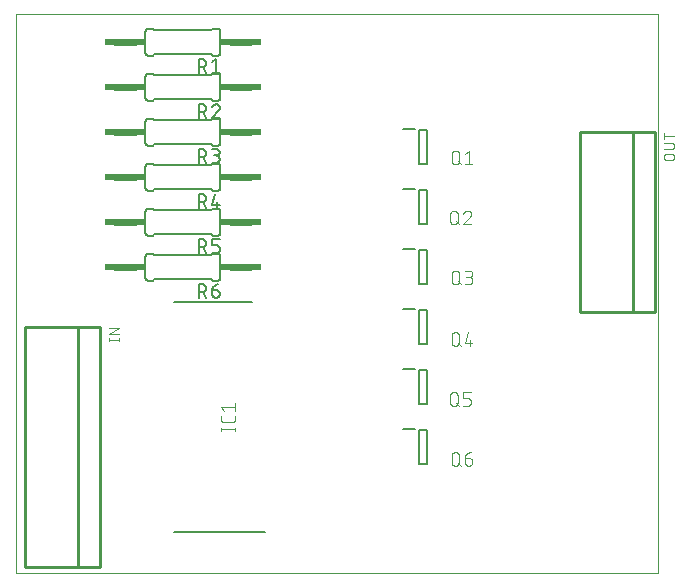
<source format=gto>
G04 EAGLE Gerber X2 export*
%TF.Part,Single*%
%TF.FileFunction,Other,Silk top*%
%TF.FilePolarity,Positive*%
%TF.GenerationSoftware,Autodesk,EAGLE,9.1.2*%
%TF.CreationDate,2019-02-28T11:01:59Z*%
G75*
%MOMM*%
%FSLAX34Y34*%
%LPD*%
%AMOC8*
5,1,8,0,0,1.08239X$1,22.5*%
G01*
%ADD10C,0.000000*%
%ADD11C,0.200000*%
%ADD12C,0.101600*%
%ADD13C,0.254000*%
%ADD14C,0.152400*%
%ADD15C,0.609600*%
%ADD16C,0.127000*%
%ADD17R,0.863600X0.609600*%


D10*
X-13970Y312420D02*
X528830Y312420D01*
X528830Y786030D01*
X-13970Y786030D01*
X-13970Y312420D01*
D11*
X119400Y347250D02*
X196500Y347250D01*
X185400Y541750D02*
X119400Y541750D01*
D12*
X159258Y434192D02*
X170942Y434192D01*
X170942Y432894D02*
X170942Y435490D01*
X159258Y435490D02*
X159258Y432894D01*
X170942Y442654D02*
X170942Y445250D01*
X170942Y442654D02*
X170940Y442555D01*
X170934Y442455D01*
X170925Y442356D01*
X170912Y442258D01*
X170895Y442160D01*
X170874Y442062D01*
X170849Y441966D01*
X170821Y441871D01*
X170789Y441777D01*
X170754Y441684D01*
X170715Y441592D01*
X170672Y441502D01*
X170627Y441414D01*
X170577Y441327D01*
X170525Y441243D01*
X170469Y441160D01*
X170411Y441080D01*
X170349Y441002D01*
X170284Y440927D01*
X170216Y440854D01*
X170146Y440784D01*
X170073Y440716D01*
X169998Y440651D01*
X169920Y440589D01*
X169840Y440531D01*
X169757Y440475D01*
X169673Y440423D01*
X169586Y440373D01*
X169498Y440328D01*
X169408Y440285D01*
X169316Y440246D01*
X169223Y440211D01*
X169129Y440179D01*
X169034Y440151D01*
X168938Y440126D01*
X168840Y440105D01*
X168742Y440088D01*
X168644Y440075D01*
X168545Y440066D01*
X168445Y440060D01*
X168346Y440058D01*
X168346Y440057D02*
X161854Y440057D01*
X161755Y440059D01*
X161655Y440065D01*
X161556Y440074D01*
X161458Y440087D01*
X161360Y440105D01*
X161262Y440125D01*
X161166Y440150D01*
X161070Y440178D01*
X160976Y440210D01*
X160883Y440245D01*
X160792Y440284D01*
X160702Y440327D01*
X160613Y440372D01*
X160527Y440422D01*
X160442Y440474D01*
X160360Y440530D01*
X160280Y440589D01*
X160202Y440650D01*
X160126Y440715D01*
X160053Y440783D01*
X159983Y440853D01*
X159915Y440926D01*
X159850Y441002D01*
X159789Y441080D01*
X159730Y441160D01*
X159674Y441242D01*
X159622Y441327D01*
X159573Y441413D01*
X159527Y441502D01*
X159484Y441592D01*
X159445Y441683D01*
X159410Y441776D01*
X159378Y441870D01*
X159350Y441966D01*
X159325Y442062D01*
X159305Y442160D01*
X159287Y442258D01*
X159274Y442356D01*
X159265Y442455D01*
X159259Y442554D01*
X159257Y442654D01*
X159258Y442654D02*
X159258Y445250D01*
X161854Y449615D02*
X159258Y452861D01*
X170942Y452861D01*
X170942Y456106D02*
X170942Y449615D01*
D13*
X57150Y520700D02*
X57150Y317500D01*
X38100Y317500D01*
X-6350Y317500D01*
X-6350Y520700D01*
X38100Y520700D01*
X57150Y520700D01*
X38100Y520700D02*
X38100Y317500D01*
D12*
X64008Y510032D02*
X73152Y510032D01*
X73152Y509016D02*
X73152Y511048D01*
X64008Y511048D02*
X64008Y509016D01*
X64008Y515112D02*
X73152Y515112D01*
X73152Y520192D02*
X64008Y515112D01*
X64008Y520192D02*
X73152Y520192D01*
D13*
X527050Y533400D02*
X527050Y685800D01*
X527050Y533400D02*
X508000Y533400D01*
X463550Y533400D01*
X463550Y685800D01*
X508000Y685800D01*
X527050Y685800D01*
X508000Y685800D02*
X508000Y533400D01*
D12*
X536448Y661924D02*
X540512Y661924D01*
X536448Y661924D02*
X536348Y661926D01*
X536249Y661932D01*
X536149Y661942D01*
X536051Y661955D01*
X535952Y661973D01*
X535855Y661994D01*
X535759Y662019D01*
X535663Y662048D01*
X535569Y662081D01*
X535476Y662117D01*
X535385Y662157D01*
X535295Y662201D01*
X535207Y662248D01*
X535121Y662298D01*
X535037Y662352D01*
X534955Y662409D01*
X534876Y662469D01*
X534798Y662533D01*
X534724Y662599D01*
X534652Y662668D01*
X534583Y662740D01*
X534517Y662814D01*
X534453Y662892D01*
X534393Y662971D01*
X534336Y663053D01*
X534282Y663137D01*
X534232Y663223D01*
X534185Y663311D01*
X534141Y663401D01*
X534101Y663492D01*
X534065Y663585D01*
X534032Y663679D01*
X534003Y663775D01*
X533978Y663871D01*
X533957Y663968D01*
X533939Y664067D01*
X533926Y664165D01*
X533916Y664265D01*
X533910Y664364D01*
X533908Y664464D01*
X533910Y664564D01*
X533916Y664663D01*
X533926Y664763D01*
X533939Y664861D01*
X533957Y664960D01*
X533978Y665057D01*
X534003Y665153D01*
X534032Y665249D01*
X534065Y665343D01*
X534101Y665436D01*
X534141Y665527D01*
X534185Y665617D01*
X534232Y665705D01*
X534282Y665791D01*
X534336Y665875D01*
X534393Y665957D01*
X534453Y666036D01*
X534517Y666114D01*
X534583Y666188D01*
X534652Y666260D01*
X534724Y666329D01*
X534798Y666395D01*
X534876Y666459D01*
X534955Y666519D01*
X535037Y666576D01*
X535121Y666630D01*
X535207Y666680D01*
X535295Y666727D01*
X535385Y666771D01*
X535476Y666811D01*
X535569Y666847D01*
X535663Y666880D01*
X535759Y666909D01*
X535855Y666934D01*
X535952Y666955D01*
X536051Y666973D01*
X536149Y666986D01*
X536249Y666996D01*
X536348Y667002D01*
X536448Y667004D01*
X540512Y667004D01*
X540612Y667002D01*
X540711Y666996D01*
X540811Y666986D01*
X540909Y666973D01*
X541008Y666955D01*
X541105Y666934D01*
X541201Y666909D01*
X541297Y666880D01*
X541391Y666847D01*
X541484Y666811D01*
X541575Y666771D01*
X541665Y666727D01*
X541753Y666680D01*
X541839Y666630D01*
X541923Y666576D01*
X542005Y666519D01*
X542084Y666459D01*
X542162Y666395D01*
X542236Y666329D01*
X542308Y666260D01*
X542377Y666188D01*
X542443Y666114D01*
X542507Y666036D01*
X542567Y665957D01*
X542624Y665875D01*
X542678Y665791D01*
X542728Y665705D01*
X542775Y665617D01*
X542819Y665527D01*
X542859Y665436D01*
X542895Y665343D01*
X542928Y665249D01*
X542957Y665153D01*
X542982Y665057D01*
X543003Y664960D01*
X543021Y664861D01*
X543034Y664763D01*
X543044Y664663D01*
X543050Y664564D01*
X543052Y664464D01*
X543050Y664364D01*
X543044Y664265D01*
X543034Y664165D01*
X543021Y664067D01*
X543003Y663968D01*
X542982Y663871D01*
X542957Y663775D01*
X542928Y663679D01*
X542895Y663585D01*
X542859Y663492D01*
X542819Y663401D01*
X542775Y663311D01*
X542728Y663223D01*
X542678Y663137D01*
X542624Y663053D01*
X542567Y662971D01*
X542507Y662892D01*
X542443Y662814D01*
X542377Y662740D01*
X542308Y662668D01*
X542236Y662599D01*
X542162Y662533D01*
X542084Y662469D01*
X542005Y662409D01*
X541923Y662352D01*
X541839Y662298D01*
X541753Y662248D01*
X541665Y662201D01*
X541575Y662157D01*
X541484Y662117D01*
X541391Y662081D01*
X541297Y662048D01*
X541201Y662019D01*
X541105Y661994D01*
X541008Y661973D01*
X540909Y661955D01*
X540811Y661942D01*
X540711Y661932D01*
X540612Y661926D01*
X540512Y661924D01*
X540512Y671373D02*
X533908Y671373D01*
X540512Y671373D02*
X540612Y671375D01*
X540711Y671381D01*
X540811Y671391D01*
X540909Y671404D01*
X541008Y671422D01*
X541105Y671443D01*
X541201Y671468D01*
X541297Y671497D01*
X541391Y671530D01*
X541484Y671566D01*
X541575Y671606D01*
X541665Y671650D01*
X541753Y671697D01*
X541839Y671747D01*
X541923Y671801D01*
X542005Y671858D01*
X542084Y671918D01*
X542162Y671982D01*
X542236Y672048D01*
X542308Y672117D01*
X542377Y672189D01*
X542443Y672263D01*
X542507Y672341D01*
X542567Y672420D01*
X542624Y672502D01*
X542678Y672586D01*
X542728Y672672D01*
X542775Y672760D01*
X542819Y672850D01*
X542859Y672941D01*
X542895Y673034D01*
X542928Y673128D01*
X542957Y673224D01*
X542982Y673320D01*
X543003Y673417D01*
X543021Y673516D01*
X543034Y673614D01*
X543044Y673714D01*
X543050Y673813D01*
X543052Y673913D01*
X543050Y674013D01*
X543044Y674112D01*
X543034Y674212D01*
X543021Y674310D01*
X543003Y674409D01*
X542982Y674506D01*
X542957Y674602D01*
X542928Y674698D01*
X542895Y674792D01*
X542859Y674885D01*
X542819Y674976D01*
X542775Y675066D01*
X542728Y675154D01*
X542678Y675240D01*
X542624Y675324D01*
X542567Y675406D01*
X542507Y675485D01*
X542443Y675563D01*
X542377Y675637D01*
X542308Y675709D01*
X542236Y675778D01*
X542162Y675844D01*
X542084Y675908D01*
X542005Y675968D01*
X541923Y676025D01*
X541839Y676079D01*
X541753Y676129D01*
X541665Y676176D01*
X541575Y676220D01*
X541484Y676260D01*
X541391Y676296D01*
X541297Y676329D01*
X541201Y676358D01*
X541105Y676383D01*
X541008Y676404D01*
X540909Y676422D01*
X540811Y676435D01*
X540711Y676445D01*
X540612Y676451D01*
X540512Y676453D01*
X533908Y676453D01*
X533908Y682752D02*
X543052Y682752D01*
X533908Y680212D02*
X533908Y685292D01*
D11*
X333700Y687700D02*
X326700Y687700D01*
X333700Y687700D02*
X333700Y658500D01*
X326700Y658500D01*
X326700Y687700D01*
X323200Y688600D02*
X313200Y688600D01*
D12*
X354403Y666806D02*
X354403Y661614D01*
X354402Y666806D02*
X354404Y666919D01*
X354410Y667032D01*
X354420Y667145D01*
X354434Y667258D01*
X354451Y667370D01*
X354473Y667481D01*
X354498Y667591D01*
X354528Y667701D01*
X354561Y667809D01*
X354598Y667916D01*
X354638Y668022D01*
X354683Y668126D01*
X354731Y668229D01*
X354782Y668330D01*
X354837Y668429D01*
X354895Y668526D01*
X354957Y668621D01*
X355022Y668714D01*
X355090Y668804D01*
X355161Y668892D01*
X355236Y668978D01*
X355313Y669061D01*
X355393Y669141D01*
X355476Y669218D01*
X355562Y669293D01*
X355650Y669364D01*
X355740Y669432D01*
X355833Y669497D01*
X355928Y669559D01*
X356025Y669617D01*
X356124Y669672D01*
X356225Y669723D01*
X356328Y669771D01*
X356432Y669816D01*
X356538Y669856D01*
X356645Y669893D01*
X356753Y669926D01*
X356863Y669956D01*
X356973Y669981D01*
X357084Y670003D01*
X357196Y670020D01*
X357309Y670034D01*
X357422Y670044D01*
X357535Y670050D01*
X357648Y670052D01*
X357761Y670050D01*
X357874Y670044D01*
X357987Y670034D01*
X358100Y670020D01*
X358212Y670003D01*
X358323Y669981D01*
X358433Y669956D01*
X358543Y669926D01*
X358651Y669893D01*
X358758Y669856D01*
X358864Y669816D01*
X358968Y669771D01*
X359071Y669723D01*
X359172Y669672D01*
X359271Y669617D01*
X359368Y669559D01*
X359463Y669497D01*
X359556Y669432D01*
X359646Y669364D01*
X359734Y669293D01*
X359820Y669218D01*
X359903Y669141D01*
X359983Y669061D01*
X360060Y668978D01*
X360135Y668892D01*
X360206Y668804D01*
X360274Y668714D01*
X360339Y668621D01*
X360401Y668526D01*
X360459Y668429D01*
X360514Y668330D01*
X360565Y668229D01*
X360613Y668126D01*
X360658Y668022D01*
X360698Y667916D01*
X360735Y667809D01*
X360768Y667701D01*
X360798Y667591D01*
X360823Y667481D01*
X360845Y667370D01*
X360862Y667258D01*
X360876Y667145D01*
X360886Y667032D01*
X360892Y666919D01*
X360894Y666806D01*
X360894Y661614D01*
X360892Y661501D01*
X360886Y661388D01*
X360876Y661275D01*
X360862Y661162D01*
X360845Y661050D01*
X360823Y660939D01*
X360798Y660829D01*
X360768Y660719D01*
X360735Y660611D01*
X360698Y660504D01*
X360658Y660398D01*
X360613Y660294D01*
X360565Y660191D01*
X360514Y660090D01*
X360459Y659991D01*
X360401Y659894D01*
X360339Y659799D01*
X360274Y659706D01*
X360206Y659616D01*
X360135Y659528D01*
X360060Y659442D01*
X359983Y659359D01*
X359903Y659279D01*
X359820Y659202D01*
X359734Y659127D01*
X359646Y659056D01*
X359556Y658988D01*
X359463Y658923D01*
X359368Y658861D01*
X359271Y658803D01*
X359172Y658748D01*
X359071Y658697D01*
X358968Y658649D01*
X358864Y658604D01*
X358758Y658564D01*
X358651Y658527D01*
X358543Y658494D01*
X358433Y658464D01*
X358323Y658439D01*
X358212Y658417D01*
X358100Y658400D01*
X357987Y658386D01*
X357874Y658376D01*
X357761Y658370D01*
X357648Y658368D01*
X357535Y658370D01*
X357422Y658376D01*
X357309Y658386D01*
X357196Y658400D01*
X357084Y658417D01*
X356973Y658439D01*
X356863Y658464D01*
X356753Y658494D01*
X356645Y658527D01*
X356538Y658564D01*
X356432Y658604D01*
X356328Y658649D01*
X356225Y658697D01*
X356124Y658748D01*
X356025Y658803D01*
X355928Y658861D01*
X355833Y658923D01*
X355740Y658988D01*
X355650Y659056D01*
X355562Y659127D01*
X355476Y659202D01*
X355393Y659279D01*
X355313Y659359D01*
X355236Y659442D01*
X355161Y659528D01*
X355090Y659616D01*
X355022Y659706D01*
X354957Y659799D01*
X354895Y659894D01*
X354837Y659991D01*
X354782Y660090D01*
X354731Y660191D01*
X354683Y660294D01*
X354638Y660398D01*
X354598Y660504D01*
X354561Y660611D01*
X354528Y660719D01*
X354498Y660829D01*
X354473Y660939D01*
X354451Y661050D01*
X354434Y661162D01*
X354420Y661275D01*
X354410Y661388D01*
X354404Y661501D01*
X354402Y661614D01*
X359595Y660964D02*
X362192Y658368D01*
X365546Y667456D02*
X368792Y670052D01*
X368792Y658368D01*
X365546Y658368D02*
X372038Y658368D01*
D11*
X333700Y636900D02*
X326700Y636900D01*
X333700Y636900D02*
X333700Y607700D01*
X326700Y607700D01*
X326700Y636900D01*
X323200Y637800D02*
X313200Y637800D01*
D12*
X353133Y616006D02*
X353133Y610814D01*
X353132Y616006D02*
X353134Y616119D01*
X353140Y616232D01*
X353150Y616345D01*
X353164Y616458D01*
X353181Y616570D01*
X353203Y616681D01*
X353228Y616791D01*
X353258Y616901D01*
X353291Y617009D01*
X353328Y617116D01*
X353368Y617222D01*
X353413Y617326D01*
X353461Y617429D01*
X353512Y617530D01*
X353567Y617629D01*
X353625Y617726D01*
X353687Y617821D01*
X353752Y617914D01*
X353820Y618004D01*
X353891Y618092D01*
X353966Y618178D01*
X354043Y618261D01*
X354123Y618341D01*
X354206Y618418D01*
X354292Y618493D01*
X354380Y618564D01*
X354470Y618632D01*
X354563Y618697D01*
X354658Y618759D01*
X354755Y618817D01*
X354854Y618872D01*
X354955Y618923D01*
X355058Y618971D01*
X355162Y619016D01*
X355268Y619056D01*
X355375Y619093D01*
X355483Y619126D01*
X355593Y619156D01*
X355703Y619181D01*
X355814Y619203D01*
X355926Y619220D01*
X356039Y619234D01*
X356152Y619244D01*
X356265Y619250D01*
X356378Y619252D01*
X356491Y619250D01*
X356604Y619244D01*
X356717Y619234D01*
X356830Y619220D01*
X356942Y619203D01*
X357053Y619181D01*
X357163Y619156D01*
X357273Y619126D01*
X357381Y619093D01*
X357488Y619056D01*
X357594Y619016D01*
X357698Y618971D01*
X357801Y618923D01*
X357902Y618872D01*
X358001Y618817D01*
X358098Y618759D01*
X358193Y618697D01*
X358286Y618632D01*
X358376Y618564D01*
X358464Y618493D01*
X358550Y618418D01*
X358633Y618341D01*
X358713Y618261D01*
X358790Y618178D01*
X358865Y618092D01*
X358936Y618004D01*
X359004Y617914D01*
X359069Y617821D01*
X359131Y617726D01*
X359189Y617629D01*
X359244Y617530D01*
X359295Y617429D01*
X359343Y617326D01*
X359388Y617222D01*
X359428Y617116D01*
X359465Y617009D01*
X359498Y616901D01*
X359528Y616791D01*
X359553Y616681D01*
X359575Y616570D01*
X359592Y616458D01*
X359606Y616345D01*
X359616Y616232D01*
X359622Y616119D01*
X359624Y616006D01*
X359624Y610814D01*
X359622Y610701D01*
X359616Y610588D01*
X359606Y610475D01*
X359592Y610362D01*
X359575Y610250D01*
X359553Y610139D01*
X359528Y610029D01*
X359498Y609919D01*
X359465Y609811D01*
X359428Y609704D01*
X359388Y609598D01*
X359343Y609494D01*
X359295Y609391D01*
X359244Y609290D01*
X359189Y609191D01*
X359131Y609094D01*
X359069Y608999D01*
X359004Y608906D01*
X358936Y608816D01*
X358865Y608728D01*
X358790Y608642D01*
X358713Y608559D01*
X358633Y608479D01*
X358550Y608402D01*
X358464Y608327D01*
X358376Y608256D01*
X358286Y608188D01*
X358193Y608123D01*
X358098Y608061D01*
X358001Y608003D01*
X357902Y607948D01*
X357801Y607897D01*
X357698Y607849D01*
X357594Y607804D01*
X357488Y607764D01*
X357381Y607727D01*
X357273Y607694D01*
X357163Y607664D01*
X357053Y607639D01*
X356942Y607617D01*
X356830Y607600D01*
X356717Y607586D01*
X356604Y607576D01*
X356491Y607570D01*
X356378Y607568D01*
X356265Y607570D01*
X356152Y607576D01*
X356039Y607586D01*
X355926Y607600D01*
X355814Y607617D01*
X355703Y607639D01*
X355593Y607664D01*
X355483Y607694D01*
X355375Y607727D01*
X355268Y607764D01*
X355162Y607804D01*
X355058Y607849D01*
X354955Y607897D01*
X354854Y607948D01*
X354755Y608003D01*
X354658Y608061D01*
X354563Y608123D01*
X354470Y608188D01*
X354380Y608256D01*
X354292Y608327D01*
X354206Y608402D01*
X354123Y608479D01*
X354043Y608559D01*
X353966Y608642D01*
X353891Y608728D01*
X353820Y608816D01*
X353752Y608906D01*
X353687Y608999D01*
X353625Y609094D01*
X353567Y609191D01*
X353512Y609290D01*
X353461Y609391D01*
X353413Y609494D01*
X353368Y609598D01*
X353328Y609704D01*
X353291Y609811D01*
X353258Y609919D01*
X353228Y610029D01*
X353203Y610139D01*
X353181Y610250D01*
X353164Y610362D01*
X353150Y610475D01*
X353140Y610588D01*
X353134Y610701D01*
X353132Y610814D01*
X358325Y610164D02*
X360922Y607568D01*
X370768Y616331D02*
X370766Y616438D01*
X370760Y616544D01*
X370750Y616650D01*
X370737Y616756D01*
X370719Y616862D01*
X370698Y616966D01*
X370673Y617070D01*
X370644Y617173D01*
X370612Y617274D01*
X370575Y617374D01*
X370535Y617473D01*
X370492Y617571D01*
X370445Y617667D01*
X370394Y617761D01*
X370340Y617853D01*
X370283Y617943D01*
X370223Y618031D01*
X370159Y618116D01*
X370092Y618199D01*
X370022Y618280D01*
X369950Y618358D01*
X369874Y618434D01*
X369796Y618506D01*
X369715Y618576D01*
X369632Y618643D01*
X369547Y618707D01*
X369459Y618767D01*
X369369Y618824D01*
X369277Y618878D01*
X369183Y618929D01*
X369087Y618976D01*
X368989Y619019D01*
X368890Y619059D01*
X368790Y619096D01*
X368689Y619128D01*
X368586Y619157D01*
X368482Y619182D01*
X368378Y619203D01*
X368272Y619221D01*
X368166Y619234D01*
X368060Y619244D01*
X367954Y619250D01*
X367847Y619252D01*
X367726Y619250D01*
X367605Y619244D01*
X367485Y619234D01*
X367364Y619221D01*
X367245Y619203D01*
X367125Y619182D01*
X367007Y619157D01*
X366890Y619128D01*
X366773Y619095D01*
X366658Y619059D01*
X366544Y619018D01*
X366431Y618975D01*
X366319Y618927D01*
X366210Y618876D01*
X366102Y618821D01*
X365995Y618763D01*
X365891Y618702D01*
X365789Y618637D01*
X365689Y618569D01*
X365591Y618498D01*
X365495Y618424D01*
X365402Y618347D01*
X365312Y618266D01*
X365224Y618183D01*
X365139Y618097D01*
X365056Y618008D01*
X364977Y617917D01*
X364900Y617823D01*
X364827Y617727D01*
X364757Y617629D01*
X364690Y617528D01*
X364626Y617425D01*
X364566Y617320D01*
X364509Y617213D01*
X364455Y617105D01*
X364405Y616995D01*
X364359Y616883D01*
X364316Y616770D01*
X364277Y616655D01*
X369794Y614059D02*
X369873Y614136D01*
X369949Y614217D01*
X370022Y614300D01*
X370092Y614385D01*
X370159Y614473D01*
X370223Y614563D01*
X370283Y614655D01*
X370340Y614750D01*
X370394Y614846D01*
X370445Y614944D01*
X370492Y615044D01*
X370536Y615146D01*
X370576Y615249D01*
X370612Y615353D01*
X370644Y615459D01*
X370673Y615565D01*
X370698Y615673D01*
X370720Y615781D01*
X370737Y615891D01*
X370751Y616000D01*
X370760Y616110D01*
X370766Y616221D01*
X370768Y616331D01*
X369794Y614059D02*
X364276Y607568D01*
X370768Y607568D01*
D11*
X333700Y586100D02*
X326700Y586100D01*
X333700Y586100D02*
X333700Y556900D01*
X326700Y556900D01*
X326700Y586100D01*
X323200Y587000D02*
X313200Y587000D01*
D12*
X354403Y565206D02*
X354403Y560014D01*
X354402Y565206D02*
X354404Y565319D01*
X354410Y565432D01*
X354420Y565545D01*
X354434Y565658D01*
X354451Y565770D01*
X354473Y565881D01*
X354498Y565991D01*
X354528Y566101D01*
X354561Y566209D01*
X354598Y566316D01*
X354638Y566422D01*
X354683Y566526D01*
X354731Y566629D01*
X354782Y566730D01*
X354837Y566829D01*
X354895Y566926D01*
X354957Y567021D01*
X355022Y567114D01*
X355090Y567204D01*
X355161Y567292D01*
X355236Y567378D01*
X355313Y567461D01*
X355393Y567541D01*
X355476Y567618D01*
X355562Y567693D01*
X355650Y567764D01*
X355740Y567832D01*
X355833Y567897D01*
X355928Y567959D01*
X356025Y568017D01*
X356124Y568072D01*
X356225Y568123D01*
X356328Y568171D01*
X356432Y568216D01*
X356538Y568256D01*
X356645Y568293D01*
X356753Y568326D01*
X356863Y568356D01*
X356973Y568381D01*
X357084Y568403D01*
X357196Y568420D01*
X357309Y568434D01*
X357422Y568444D01*
X357535Y568450D01*
X357648Y568452D01*
X357761Y568450D01*
X357874Y568444D01*
X357987Y568434D01*
X358100Y568420D01*
X358212Y568403D01*
X358323Y568381D01*
X358433Y568356D01*
X358543Y568326D01*
X358651Y568293D01*
X358758Y568256D01*
X358864Y568216D01*
X358968Y568171D01*
X359071Y568123D01*
X359172Y568072D01*
X359271Y568017D01*
X359368Y567959D01*
X359463Y567897D01*
X359556Y567832D01*
X359646Y567764D01*
X359734Y567693D01*
X359820Y567618D01*
X359903Y567541D01*
X359983Y567461D01*
X360060Y567378D01*
X360135Y567292D01*
X360206Y567204D01*
X360274Y567114D01*
X360339Y567021D01*
X360401Y566926D01*
X360459Y566829D01*
X360514Y566730D01*
X360565Y566629D01*
X360613Y566526D01*
X360658Y566422D01*
X360698Y566316D01*
X360735Y566209D01*
X360768Y566101D01*
X360798Y565991D01*
X360823Y565881D01*
X360845Y565770D01*
X360862Y565658D01*
X360876Y565545D01*
X360886Y565432D01*
X360892Y565319D01*
X360894Y565206D01*
X360894Y560014D01*
X360892Y559901D01*
X360886Y559788D01*
X360876Y559675D01*
X360862Y559562D01*
X360845Y559450D01*
X360823Y559339D01*
X360798Y559229D01*
X360768Y559119D01*
X360735Y559011D01*
X360698Y558904D01*
X360658Y558798D01*
X360613Y558694D01*
X360565Y558591D01*
X360514Y558490D01*
X360459Y558391D01*
X360401Y558294D01*
X360339Y558199D01*
X360274Y558106D01*
X360206Y558016D01*
X360135Y557928D01*
X360060Y557842D01*
X359983Y557759D01*
X359903Y557679D01*
X359820Y557602D01*
X359734Y557527D01*
X359646Y557456D01*
X359556Y557388D01*
X359463Y557323D01*
X359368Y557261D01*
X359271Y557203D01*
X359172Y557148D01*
X359071Y557097D01*
X358968Y557049D01*
X358864Y557004D01*
X358758Y556964D01*
X358651Y556927D01*
X358543Y556894D01*
X358433Y556864D01*
X358323Y556839D01*
X358212Y556817D01*
X358100Y556800D01*
X357987Y556786D01*
X357874Y556776D01*
X357761Y556770D01*
X357648Y556768D01*
X357535Y556770D01*
X357422Y556776D01*
X357309Y556786D01*
X357196Y556800D01*
X357084Y556817D01*
X356973Y556839D01*
X356863Y556864D01*
X356753Y556894D01*
X356645Y556927D01*
X356538Y556964D01*
X356432Y557004D01*
X356328Y557049D01*
X356225Y557097D01*
X356124Y557148D01*
X356025Y557203D01*
X355928Y557261D01*
X355833Y557323D01*
X355740Y557388D01*
X355650Y557456D01*
X355562Y557527D01*
X355476Y557602D01*
X355393Y557679D01*
X355313Y557759D01*
X355236Y557842D01*
X355161Y557928D01*
X355090Y558016D01*
X355022Y558106D01*
X354957Y558199D01*
X354895Y558294D01*
X354837Y558391D01*
X354782Y558490D01*
X354731Y558591D01*
X354683Y558694D01*
X354638Y558798D01*
X354598Y558904D01*
X354561Y559011D01*
X354528Y559119D01*
X354498Y559229D01*
X354473Y559339D01*
X354451Y559450D01*
X354434Y559562D01*
X354420Y559675D01*
X354410Y559788D01*
X354404Y559901D01*
X354402Y560014D01*
X359595Y559364D02*
X362192Y556768D01*
X365546Y556768D02*
X368792Y556768D01*
X368905Y556770D01*
X369018Y556776D01*
X369131Y556786D01*
X369244Y556800D01*
X369356Y556817D01*
X369467Y556839D01*
X369577Y556864D01*
X369687Y556894D01*
X369795Y556927D01*
X369902Y556964D01*
X370008Y557004D01*
X370112Y557049D01*
X370215Y557097D01*
X370316Y557148D01*
X370415Y557203D01*
X370512Y557261D01*
X370607Y557323D01*
X370700Y557388D01*
X370790Y557456D01*
X370878Y557527D01*
X370964Y557602D01*
X371047Y557679D01*
X371127Y557759D01*
X371204Y557842D01*
X371279Y557928D01*
X371350Y558016D01*
X371418Y558106D01*
X371483Y558199D01*
X371545Y558294D01*
X371603Y558391D01*
X371658Y558490D01*
X371709Y558591D01*
X371757Y558694D01*
X371802Y558798D01*
X371842Y558904D01*
X371879Y559011D01*
X371912Y559119D01*
X371942Y559229D01*
X371967Y559339D01*
X371989Y559450D01*
X372006Y559562D01*
X372020Y559675D01*
X372030Y559788D01*
X372036Y559901D01*
X372038Y560014D01*
X372036Y560127D01*
X372030Y560240D01*
X372020Y560353D01*
X372006Y560466D01*
X371989Y560578D01*
X371967Y560689D01*
X371942Y560799D01*
X371912Y560909D01*
X371879Y561017D01*
X371842Y561124D01*
X371802Y561230D01*
X371757Y561334D01*
X371709Y561437D01*
X371658Y561538D01*
X371603Y561637D01*
X371545Y561734D01*
X371483Y561829D01*
X371418Y561922D01*
X371350Y562012D01*
X371279Y562100D01*
X371204Y562186D01*
X371127Y562269D01*
X371047Y562349D01*
X370964Y562426D01*
X370878Y562501D01*
X370790Y562572D01*
X370700Y562640D01*
X370607Y562705D01*
X370512Y562767D01*
X370415Y562825D01*
X370316Y562880D01*
X370215Y562931D01*
X370112Y562979D01*
X370008Y563024D01*
X369902Y563064D01*
X369795Y563101D01*
X369687Y563134D01*
X369577Y563164D01*
X369467Y563189D01*
X369356Y563211D01*
X369244Y563228D01*
X369131Y563242D01*
X369018Y563252D01*
X368905Y563258D01*
X368792Y563260D01*
X369441Y568452D02*
X365546Y568452D01*
X369441Y568452D02*
X369542Y568450D01*
X369642Y568444D01*
X369742Y568434D01*
X369842Y568421D01*
X369941Y568403D01*
X370040Y568382D01*
X370137Y568357D01*
X370234Y568328D01*
X370329Y568295D01*
X370423Y568259D01*
X370515Y568219D01*
X370606Y568176D01*
X370695Y568129D01*
X370782Y568079D01*
X370868Y568025D01*
X370951Y567968D01*
X371031Y567908D01*
X371110Y567845D01*
X371186Y567778D01*
X371259Y567709D01*
X371329Y567637D01*
X371397Y567563D01*
X371462Y567486D01*
X371523Y567406D01*
X371582Y567324D01*
X371637Y567240D01*
X371689Y567154D01*
X371738Y567066D01*
X371783Y566976D01*
X371825Y566884D01*
X371863Y566791D01*
X371897Y566696D01*
X371928Y566601D01*
X371955Y566504D01*
X371978Y566406D01*
X371998Y566307D01*
X372013Y566207D01*
X372025Y566107D01*
X372033Y566007D01*
X372037Y565906D01*
X372037Y565806D01*
X372033Y565705D01*
X372025Y565605D01*
X372013Y565505D01*
X371998Y565405D01*
X371978Y565306D01*
X371955Y565208D01*
X371928Y565111D01*
X371897Y565016D01*
X371863Y564921D01*
X371825Y564828D01*
X371783Y564736D01*
X371738Y564646D01*
X371689Y564558D01*
X371637Y564472D01*
X371582Y564388D01*
X371523Y564306D01*
X371462Y564226D01*
X371397Y564149D01*
X371329Y564075D01*
X371259Y564003D01*
X371186Y563934D01*
X371110Y563867D01*
X371031Y563804D01*
X370951Y563744D01*
X370868Y563687D01*
X370782Y563633D01*
X370695Y563583D01*
X370606Y563536D01*
X370515Y563493D01*
X370423Y563453D01*
X370329Y563417D01*
X370234Y563384D01*
X370137Y563355D01*
X370040Y563330D01*
X369941Y563309D01*
X369842Y563291D01*
X369742Y563278D01*
X369642Y563268D01*
X369542Y563262D01*
X369441Y563260D01*
X369441Y563259D02*
X366845Y563259D01*
D11*
X333700Y535300D02*
X326700Y535300D01*
X333700Y535300D02*
X333700Y506100D01*
X326700Y506100D01*
X326700Y535300D01*
X323200Y536200D02*
X313200Y536200D01*
D12*
X354403Y513136D02*
X354403Y507944D01*
X354402Y513136D02*
X354404Y513249D01*
X354410Y513362D01*
X354420Y513475D01*
X354434Y513588D01*
X354451Y513700D01*
X354473Y513811D01*
X354498Y513921D01*
X354528Y514031D01*
X354561Y514139D01*
X354598Y514246D01*
X354638Y514352D01*
X354683Y514456D01*
X354731Y514559D01*
X354782Y514660D01*
X354837Y514759D01*
X354895Y514856D01*
X354957Y514951D01*
X355022Y515044D01*
X355090Y515134D01*
X355161Y515222D01*
X355236Y515308D01*
X355313Y515391D01*
X355393Y515471D01*
X355476Y515548D01*
X355562Y515623D01*
X355650Y515694D01*
X355740Y515762D01*
X355833Y515827D01*
X355928Y515889D01*
X356025Y515947D01*
X356124Y516002D01*
X356225Y516053D01*
X356328Y516101D01*
X356432Y516146D01*
X356538Y516186D01*
X356645Y516223D01*
X356753Y516256D01*
X356863Y516286D01*
X356973Y516311D01*
X357084Y516333D01*
X357196Y516350D01*
X357309Y516364D01*
X357422Y516374D01*
X357535Y516380D01*
X357648Y516382D01*
X357761Y516380D01*
X357874Y516374D01*
X357987Y516364D01*
X358100Y516350D01*
X358212Y516333D01*
X358323Y516311D01*
X358433Y516286D01*
X358543Y516256D01*
X358651Y516223D01*
X358758Y516186D01*
X358864Y516146D01*
X358968Y516101D01*
X359071Y516053D01*
X359172Y516002D01*
X359271Y515947D01*
X359368Y515889D01*
X359463Y515827D01*
X359556Y515762D01*
X359646Y515694D01*
X359734Y515623D01*
X359820Y515548D01*
X359903Y515471D01*
X359983Y515391D01*
X360060Y515308D01*
X360135Y515222D01*
X360206Y515134D01*
X360274Y515044D01*
X360339Y514951D01*
X360401Y514856D01*
X360459Y514759D01*
X360514Y514660D01*
X360565Y514559D01*
X360613Y514456D01*
X360658Y514352D01*
X360698Y514246D01*
X360735Y514139D01*
X360768Y514031D01*
X360798Y513921D01*
X360823Y513811D01*
X360845Y513700D01*
X360862Y513588D01*
X360876Y513475D01*
X360886Y513362D01*
X360892Y513249D01*
X360894Y513136D01*
X360894Y507944D01*
X360892Y507831D01*
X360886Y507718D01*
X360876Y507605D01*
X360862Y507492D01*
X360845Y507380D01*
X360823Y507269D01*
X360798Y507159D01*
X360768Y507049D01*
X360735Y506941D01*
X360698Y506834D01*
X360658Y506728D01*
X360613Y506624D01*
X360565Y506521D01*
X360514Y506420D01*
X360459Y506321D01*
X360401Y506224D01*
X360339Y506129D01*
X360274Y506036D01*
X360206Y505946D01*
X360135Y505858D01*
X360060Y505772D01*
X359983Y505689D01*
X359903Y505609D01*
X359820Y505532D01*
X359734Y505457D01*
X359646Y505386D01*
X359556Y505318D01*
X359463Y505253D01*
X359368Y505191D01*
X359271Y505133D01*
X359172Y505078D01*
X359071Y505027D01*
X358968Y504979D01*
X358864Y504934D01*
X358758Y504894D01*
X358651Y504857D01*
X358543Y504824D01*
X358433Y504794D01*
X358323Y504769D01*
X358212Y504747D01*
X358100Y504730D01*
X357987Y504716D01*
X357874Y504706D01*
X357761Y504700D01*
X357648Y504698D01*
X357535Y504700D01*
X357422Y504706D01*
X357309Y504716D01*
X357196Y504730D01*
X357084Y504747D01*
X356973Y504769D01*
X356863Y504794D01*
X356753Y504824D01*
X356645Y504857D01*
X356538Y504894D01*
X356432Y504934D01*
X356328Y504979D01*
X356225Y505027D01*
X356124Y505078D01*
X356025Y505133D01*
X355928Y505191D01*
X355833Y505253D01*
X355740Y505318D01*
X355650Y505386D01*
X355562Y505457D01*
X355476Y505532D01*
X355393Y505609D01*
X355313Y505689D01*
X355236Y505772D01*
X355161Y505858D01*
X355090Y505946D01*
X355022Y506036D01*
X354957Y506129D01*
X354895Y506224D01*
X354837Y506321D01*
X354782Y506420D01*
X354731Y506521D01*
X354683Y506624D01*
X354638Y506728D01*
X354598Y506834D01*
X354561Y506941D01*
X354528Y507049D01*
X354498Y507159D01*
X354473Y507269D01*
X354451Y507380D01*
X354434Y507492D01*
X354420Y507605D01*
X354410Y507718D01*
X354404Y507831D01*
X354402Y507944D01*
X359595Y507294D02*
X362192Y504698D01*
X365546Y507294D02*
X368143Y516382D01*
X365546Y507294D02*
X372038Y507294D01*
X370090Y504698D02*
X370090Y509891D01*
D11*
X333700Y484500D02*
X326700Y484500D01*
X333700Y484500D02*
X333700Y455300D01*
X326700Y455300D01*
X326700Y484500D01*
X323200Y485400D02*
X313200Y485400D01*
D12*
X353133Y462336D02*
X353133Y457144D01*
X353132Y462336D02*
X353134Y462449D01*
X353140Y462562D01*
X353150Y462675D01*
X353164Y462788D01*
X353181Y462900D01*
X353203Y463011D01*
X353228Y463121D01*
X353258Y463231D01*
X353291Y463339D01*
X353328Y463446D01*
X353368Y463552D01*
X353413Y463656D01*
X353461Y463759D01*
X353512Y463860D01*
X353567Y463959D01*
X353625Y464056D01*
X353687Y464151D01*
X353752Y464244D01*
X353820Y464334D01*
X353891Y464422D01*
X353966Y464508D01*
X354043Y464591D01*
X354123Y464671D01*
X354206Y464748D01*
X354292Y464823D01*
X354380Y464894D01*
X354470Y464962D01*
X354563Y465027D01*
X354658Y465089D01*
X354755Y465147D01*
X354854Y465202D01*
X354955Y465253D01*
X355058Y465301D01*
X355162Y465346D01*
X355268Y465386D01*
X355375Y465423D01*
X355483Y465456D01*
X355593Y465486D01*
X355703Y465511D01*
X355814Y465533D01*
X355926Y465550D01*
X356039Y465564D01*
X356152Y465574D01*
X356265Y465580D01*
X356378Y465582D01*
X356491Y465580D01*
X356604Y465574D01*
X356717Y465564D01*
X356830Y465550D01*
X356942Y465533D01*
X357053Y465511D01*
X357163Y465486D01*
X357273Y465456D01*
X357381Y465423D01*
X357488Y465386D01*
X357594Y465346D01*
X357698Y465301D01*
X357801Y465253D01*
X357902Y465202D01*
X358001Y465147D01*
X358098Y465089D01*
X358193Y465027D01*
X358286Y464962D01*
X358376Y464894D01*
X358464Y464823D01*
X358550Y464748D01*
X358633Y464671D01*
X358713Y464591D01*
X358790Y464508D01*
X358865Y464422D01*
X358936Y464334D01*
X359004Y464244D01*
X359069Y464151D01*
X359131Y464056D01*
X359189Y463959D01*
X359244Y463860D01*
X359295Y463759D01*
X359343Y463656D01*
X359388Y463552D01*
X359428Y463446D01*
X359465Y463339D01*
X359498Y463231D01*
X359528Y463121D01*
X359553Y463011D01*
X359575Y462900D01*
X359592Y462788D01*
X359606Y462675D01*
X359616Y462562D01*
X359622Y462449D01*
X359624Y462336D01*
X359624Y457144D01*
X359622Y457031D01*
X359616Y456918D01*
X359606Y456805D01*
X359592Y456692D01*
X359575Y456580D01*
X359553Y456469D01*
X359528Y456359D01*
X359498Y456249D01*
X359465Y456141D01*
X359428Y456034D01*
X359388Y455928D01*
X359343Y455824D01*
X359295Y455721D01*
X359244Y455620D01*
X359189Y455521D01*
X359131Y455424D01*
X359069Y455329D01*
X359004Y455236D01*
X358936Y455146D01*
X358865Y455058D01*
X358790Y454972D01*
X358713Y454889D01*
X358633Y454809D01*
X358550Y454732D01*
X358464Y454657D01*
X358376Y454586D01*
X358286Y454518D01*
X358193Y454453D01*
X358098Y454391D01*
X358001Y454333D01*
X357902Y454278D01*
X357801Y454227D01*
X357698Y454179D01*
X357594Y454134D01*
X357488Y454094D01*
X357381Y454057D01*
X357273Y454024D01*
X357163Y453994D01*
X357053Y453969D01*
X356942Y453947D01*
X356830Y453930D01*
X356717Y453916D01*
X356604Y453906D01*
X356491Y453900D01*
X356378Y453898D01*
X356265Y453900D01*
X356152Y453906D01*
X356039Y453916D01*
X355926Y453930D01*
X355814Y453947D01*
X355703Y453969D01*
X355593Y453994D01*
X355483Y454024D01*
X355375Y454057D01*
X355268Y454094D01*
X355162Y454134D01*
X355058Y454179D01*
X354955Y454227D01*
X354854Y454278D01*
X354755Y454333D01*
X354658Y454391D01*
X354563Y454453D01*
X354470Y454518D01*
X354380Y454586D01*
X354292Y454657D01*
X354206Y454732D01*
X354123Y454809D01*
X354043Y454889D01*
X353966Y454972D01*
X353891Y455058D01*
X353820Y455146D01*
X353752Y455236D01*
X353687Y455329D01*
X353625Y455424D01*
X353567Y455521D01*
X353512Y455620D01*
X353461Y455721D01*
X353413Y455824D01*
X353368Y455928D01*
X353328Y456034D01*
X353291Y456141D01*
X353258Y456249D01*
X353228Y456359D01*
X353203Y456469D01*
X353181Y456580D01*
X353164Y456692D01*
X353150Y456805D01*
X353140Y456918D01*
X353134Y457031D01*
X353132Y457144D01*
X358325Y456494D02*
X360922Y453898D01*
X364276Y453898D02*
X368171Y453898D01*
X368270Y453900D01*
X368370Y453906D01*
X368469Y453915D01*
X368567Y453928D01*
X368665Y453945D01*
X368763Y453966D01*
X368859Y453991D01*
X368954Y454019D01*
X369048Y454051D01*
X369141Y454086D01*
X369233Y454125D01*
X369323Y454168D01*
X369411Y454213D01*
X369498Y454263D01*
X369582Y454315D01*
X369665Y454371D01*
X369745Y454429D01*
X369823Y454491D01*
X369898Y454556D01*
X369971Y454624D01*
X370041Y454694D01*
X370109Y454767D01*
X370174Y454842D01*
X370236Y454920D01*
X370294Y455000D01*
X370350Y455083D01*
X370402Y455167D01*
X370452Y455254D01*
X370497Y455342D01*
X370540Y455432D01*
X370579Y455524D01*
X370614Y455617D01*
X370646Y455711D01*
X370674Y455806D01*
X370699Y455902D01*
X370720Y456000D01*
X370737Y456098D01*
X370750Y456196D01*
X370759Y456295D01*
X370765Y456395D01*
X370767Y456494D01*
X370768Y456494D02*
X370768Y457793D01*
X370767Y457793D02*
X370765Y457892D01*
X370759Y457992D01*
X370750Y458091D01*
X370737Y458189D01*
X370720Y458287D01*
X370699Y458385D01*
X370674Y458481D01*
X370646Y458576D01*
X370614Y458670D01*
X370579Y458763D01*
X370540Y458855D01*
X370497Y458945D01*
X370452Y459033D01*
X370402Y459120D01*
X370350Y459204D01*
X370294Y459287D01*
X370236Y459367D01*
X370174Y459445D01*
X370109Y459520D01*
X370041Y459593D01*
X369971Y459663D01*
X369898Y459731D01*
X369823Y459796D01*
X369745Y459858D01*
X369665Y459916D01*
X369582Y459972D01*
X369498Y460024D01*
X369411Y460074D01*
X369323Y460119D01*
X369233Y460162D01*
X369141Y460201D01*
X369048Y460236D01*
X368954Y460268D01*
X368859Y460296D01*
X368763Y460321D01*
X368665Y460342D01*
X368567Y460359D01*
X368469Y460372D01*
X368370Y460381D01*
X368270Y460387D01*
X368171Y460389D01*
X364276Y460389D01*
X364276Y465582D01*
X370768Y465582D01*
D11*
X333700Y433700D02*
X326700Y433700D01*
X333700Y433700D02*
X333700Y404500D01*
X326700Y404500D01*
X326700Y433700D01*
X323200Y434600D02*
X313200Y434600D01*
D12*
X354403Y411536D02*
X354403Y406344D01*
X354402Y411536D02*
X354404Y411649D01*
X354410Y411762D01*
X354420Y411875D01*
X354434Y411988D01*
X354451Y412100D01*
X354473Y412211D01*
X354498Y412321D01*
X354528Y412431D01*
X354561Y412539D01*
X354598Y412646D01*
X354638Y412752D01*
X354683Y412856D01*
X354731Y412959D01*
X354782Y413060D01*
X354837Y413159D01*
X354895Y413256D01*
X354957Y413351D01*
X355022Y413444D01*
X355090Y413534D01*
X355161Y413622D01*
X355236Y413708D01*
X355313Y413791D01*
X355393Y413871D01*
X355476Y413948D01*
X355562Y414023D01*
X355650Y414094D01*
X355740Y414162D01*
X355833Y414227D01*
X355928Y414289D01*
X356025Y414347D01*
X356124Y414402D01*
X356225Y414453D01*
X356328Y414501D01*
X356432Y414546D01*
X356538Y414586D01*
X356645Y414623D01*
X356753Y414656D01*
X356863Y414686D01*
X356973Y414711D01*
X357084Y414733D01*
X357196Y414750D01*
X357309Y414764D01*
X357422Y414774D01*
X357535Y414780D01*
X357648Y414782D01*
X357761Y414780D01*
X357874Y414774D01*
X357987Y414764D01*
X358100Y414750D01*
X358212Y414733D01*
X358323Y414711D01*
X358433Y414686D01*
X358543Y414656D01*
X358651Y414623D01*
X358758Y414586D01*
X358864Y414546D01*
X358968Y414501D01*
X359071Y414453D01*
X359172Y414402D01*
X359271Y414347D01*
X359368Y414289D01*
X359463Y414227D01*
X359556Y414162D01*
X359646Y414094D01*
X359734Y414023D01*
X359820Y413948D01*
X359903Y413871D01*
X359983Y413791D01*
X360060Y413708D01*
X360135Y413622D01*
X360206Y413534D01*
X360274Y413444D01*
X360339Y413351D01*
X360401Y413256D01*
X360459Y413159D01*
X360514Y413060D01*
X360565Y412959D01*
X360613Y412856D01*
X360658Y412752D01*
X360698Y412646D01*
X360735Y412539D01*
X360768Y412431D01*
X360798Y412321D01*
X360823Y412211D01*
X360845Y412100D01*
X360862Y411988D01*
X360876Y411875D01*
X360886Y411762D01*
X360892Y411649D01*
X360894Y411536D01*
X360894Y406344D01*
X360892Y406231D01*
X360886Y406118D01*
X360876Y406005D01*
X360862Y405892D01*
X360845Y405780D01*
X360823Y405669D01*
X360798Y405559D01*
X360768Y405449D01*
X360735Y405341D01*
X360698Y405234D01*
X360658Y405128D01*
X360613Y405024D01*
X360565Y404921D01*
X360514Y404820D01*
X360459Y404721D01*
X360401Y404624D01*
X360339Y404529D01*
X360274Y404436D01*
X360206Y404346D01*
X360135Y404258D01*
X360060Y404172D01*
X359983Y404089D01*
X359903Y404009D01*
X359820Y403932D01*
X359734Y403857D01*
X359646Y403786D01*
X359556Y403718D01*
X359463Y403653D01*
X359368Y403591D01*
X359271Y403533D01*
X359172Y403478D01*
X359071Y403427D01*
X358968Y403379D01*
X358864Y403334D01*
X358758Y403294D01*
X358651Y403257D01*
X358543Y403224D01*
X358433Y403194D01*
X358323Y403169D01*
X358212Y403147D01*
X358100Y403130D01*
X357987Y403116D01*
X357874Y403106D01*
X357761Y403100D01*
X357648Y403098D01*
X357535Y403100D01*
X357422Y403106D01*
X357309Y403116D01*
X357196Y403130D01*
X357084Y403147D01*
X356973Y403169D01*
X356863Y403194D01*
X356753Y403224D01*
X356645Y403257D01*
X356538Y403294D01*
X356432Y403334D01*
X356328Y403379D01*
X356225Y403427D01*
X356124Y403478D01*
X356025Y403533D01*
X355928Y403591D01*
X355833Y403653D01*
X355740Y403718D01*
X355650Y403786D01*
X355562Y403857D01*
X355476Y403932D01*
X355393Y404009D01*
X355313Y404089D01*
X355236Y404172D01*
X355161Y404258D01*
X355090Y404346D01*
X355022Y404436D01*
X354957Y404529D01*
X354895Y404624D01*
X354837Y404721D01*
X354782Y404820D01*
X354731Y404921D01*
X354683Y405024D01*
X354638Y405128D01*
X354598Y405234D01*
X354561Y405341D01*
X354528Y405449D01*
X354498Y405559D01*
X354473Y405669D01*
X354451Y405780D01*
X354434Y405892D01*
X354420Y406005D01*
X354410Y406118D01*
X354404Y406231D01*
X354402Y406344D01*
X359595Y405694D02*
X362192Y403098D01*
X365546Y409589D02*
X369441Y409589D01*
X369540Y409587D01*
X369640Y409581D01*
X369739Y409572D01*
X369837Y409559D01*
X369935Y409542D01*
X370033Y409521D01*
X370129Y409496D01*
X370224Y409468D01*
X370318Y409436D01*
X370411Y409401D01*
X370503Y409362D01*
X370593Y409319D01*
X370681Y409274D01*
X370768Y409224D01*
X370852Y409172D01*
X370935Y409116D01*
X371015Y409058D01*
X371093Y408996D01*
X371168Y408931D01*
X371241Y408863D01*
X371311Y408793D01*
X371379Y408720D01*
X371444Y408645D01*
X371506Y408567D01*
X371564Y408487D01*
X371620Y408404D01*
X371672Y408320D01*
X371722Y408233D01*
X371767Y408145D01*
X371810Y408055D01*
X371849Y407963D01*
X371884Y407870D01*
X371916Y407776D01*
X371944Y407681D01*
X371969Y407585D01*
X371990Y407487D01*
X372007Y407389D01*
X372020Y407291D01*
X372029Y407192D01*
X372035Y407092D01*
X372037Y406993D01*
X372038Y406993D02*
X372038Y406344D01*
X372036Y406231D01*
X372030Y406118D01*
X372020Y406005D01*
X372006Y405892D01*
X371989Y405780D01*
X371967Y405669D01*
X371942Y405559D01*
X371912Y405449D01*
X371879Y405341D01*
X371842Y405234D01*
X371802Y405128D01*
X371757Y405024D01*
X371709Y404921D01*
X371658Y404820D01*
X371603Y404721D01*
X371545Y404624D01*
X371483Y404529D01*
X371418Y404436D01*
X371350Y404346D01*
X371279Y404258D01*
X371204Y404172D01*
X371127Y404089D01*
X371047Y404009D01*
X370964Y403932D01*
X370878Y403857D01*
X370790Y403786D01*
X370700Y403718D01*
X370607Y403653D01*
X370512Y403591D01*
X370415Y403533D01*
X370316Y403478D01*
X370215Y403427D01*
X370112Y403379D01*
X370008Y403334D01*
X369902Y403294D01*
X369795Y403257D01*
X369687Y403224D01*
X369577Y403194D01*
X369467Y403169D01*
X369356Y403147D01*
X369244Y403130D01*
X369131Y403116D01*
X369018Y403106D01*
X368905Y403100D01*
X368792Y403098D01*
X368679Y403100D01*
X368566Y403106D01*
X368453Y403116D01*
X368340Y403130D01*
X368228Y403147D01*
X368117Y403169D01*
X368007Y403194D01*
X367897Y403224D01*
X367789Y403257D01*
X367682Y403294D01*
X367576Y403334D01*
X367472Y403379D01*
X367369Y403427D01*
X367268Y403478D01*
X367169Y403533D01*
X367072Y403591D01*
X366977Y403653D01*
X366884Y403718D01*
X366794Y403786D01*
X366706Y403857D01*
X366620Y403932D01*
X366537Y404009D01*
X366457Y404089D01*
X366380Y404172D01*
X366305Y404258D01*
X366234Y404346D01*
X366166Y404436D01*
X366101Y404529D01*
X366039Y404624D01*
X365981Y404721D01*
X365926Y404820D01*
X365875Y404921D01*
X365827Y405024D01*
X365782Y405128D01*
X365742Y405234D01*
X365705Y405341D01*
X365672Y405449D01*
X365642Y405559D01*
X365617Y405669D01*
X365595Y405780D01*
X365578Y405892D01*
X365564Y406005D01*
X365554Y406118D01*
X365548Y406231D01*
X365546Y406344D01*
X365546Y409589D01*
X365548Y409732D01*
X365554Y409875D01*
X365564Y410018D01*
X365578Y410160D01*
X365595Y410302D01*
X365617Y410444D01*
X365642Y410585D01*
X365672Y410725D01*
X365705Y410864D01*
X365742Y411002D01*
X365783Y411139D01*
X365827Y411275D01*
X365876Y411410D01*
X365928Y411543D01*
X365983Y411675D01*
X366043Y411805D01*
X366106Y411934D01*
X366172Y412061D01*
X366242Y412185D01*
X366315Y412308D01*
X366392Y412429D01*
X366472Y412548D01*
X366555Y412664D01*
X366641Y412779D01*
X366730Y412890D01*
X366823Y413000D01*
X366918Y413106D01*
X367017Y413210D01*
X367118Y413311D01*
X367222Y413410D01*
X367328Y413505D01*
X367438Y413598D01*
X367549Y413687D01*
X367664Y413773D01*
X367780Y413856D01*
X367899Y413936D01*
X368020Y414013D01*
X368142Y414086D01*
X368267Y414156D01*
X368394Y414222D01*
X368523Y414285D01*
X368653Y414345D01*
X368785Y414400D01*
X368918Y414452D01*
X369053Y414501D01*
X369189Y414545D01*
X369326Y414586D01*
X369464Y414623D01*
X369603Y414656D01*
X369743Y414686D01*
X369884Y414711D01*
X370026Y414733D01*
X370168Y414750D01*
X370310Y414764D01*
X370453Y414774D01*
X370596Y414780D01*
X370739Y414782D01*
D14*
X156210Y750570D02*
X156310Y750572D01*
X156409Y750578D01*
X156509Y750588D01*
X156607Y750601D01*
X156706Y750619D01*
X156803Y750640D01*
X156899Y750665D01*
X156995Y750694D01*
X157089Y750727D01*
X157182Y750763D01*
X157273Y750803D01*
X157363Y750847D01*
X157451Y750894D01*
X157537Y750944D01*
X157621Y750998D01*
X157703Y751055D01*
X157782Y751115D01*
X157860Y751179D01*
X157934Y751245D01*
X158006Y751314D01*
X158075Y751386D01*
X158141Y751460D01*
X158205Y751538D01*
X158265Y751617D01*
X158322Y751699D01*
X158376Y751783D01*
X158426Y751869D01*
X158473Y751957D01*
X158517Y752047D01*
X158557Y752138D01*
X158593Y752231D01*
X158626Y752325D01*
X158655Y752421D01*
X158680Y752517D01*
X158701Y752614D01*
X158719Y752713D01*
X158732Y752811D01*
X158742Y752911D01*
X158748Y753010D01*
X158750Y753110D01*
X158750Y770890D02*
X158748Y770990D01*
X158742Y771089D01*
X158732Y771189D01*
X158719Y771287D01*
X158701Y771386D01*
X158680Y771483D01*
X158655Y771579D01*
X158626Y771675D01*
X158593Y771769D01*
X158557Y771862D01*
X158517Y771953D01*
X158473Y772043D01*
X158426Y772131D01*
X158376Y772217D01*
X158322Y772301D01*
X158265Y772383D01*
X158205Y772462D01*
X158141Y772540D01*
X158075Y772614D01*
X158006Y772686D01*
X157934Y772755D01*
X157860Y772821D01*
X157782Y772885D01*
X157703Y772945D01*
X157621Y773002D01*
X157537Y773056D01*
X157451Y773106D01*
X157363Y773153D01*
X157273Y773197D01*
X157182Y773237D01*
X157089Y773273D01*
X156995Y773306D01*
X156899Y773335D01*
X156803Y773360D01*
X156706Y773381D01*
X156607Y773399D01*
X156509Y773412D01*
X156409Y773422D01*
X156310Y773428D01*
X156210Y773430D01*
X97790Y773430D02*
X97690Y773428D01*
X97591Y773422D01*
X97491Y773412D01*
X97393Y773399D01*
X97294Y773381D01*
X97197Y773360D01*
X97101Y773335D01*
X97005Y773306D01*
X96911Y773273D01*
X96818Y773237D01*
X96727Y773197D01*
X96637Y773153D01*
X96549Y773106D01*
X96463Y773056D01*
X96379Y773002D01*
X96297Y772945D01*
X96218Y772885D01*
X96140Y772821D01*
X96066Y772755D01*
X95994Y772686D01*
X95925Y772614D01*
X95859Y772540D01*
X95795Y772462D01*
X95735Y772383D01*
X95678Y772301D01*
X95624Y772217D01*
X95574Y772131D01*
X95527Y772043D01*
X95483Y771953D01*
X95443Y771862D01*
X95407Y771769D01*
X95374Y771675D01*
X95345Y771579D01*
X95320Y771483D01*
X95299Y771386D01*
X95281Y771287D01*
X95268Y771189D01*
X95258Y771089D01*
X95252Y770990D01*
X95250Y770890D01*
X95250Y753110D02*
X95252Y753010D01*
X95258Y752911D01*
X95268Y752811D01*
X95281Y752713D01*
X95299Y752614D01*
X95320Y752517D01*
X95345Y752421D01*
X95374Y752325D01*
X95407Y752231D01*
X95443Y752138D01*
X95483Y752047D01*
X95527Y751957D01*
X95574Y751869D01*
X95624Y751783D01*
X95678Y751699D01*
X95735Y751617D01*
X95795Y751538D01*
X95859Y751460D01*
X95925Y751386D01*
X95994Y751314D01*
X96066Y751245D01*
X96140Y751179D01*
X96218Y751115D01*
X96297Y751055D01*
X96379Y750998D01*
X96463Y750944D01*
X96549Y750894D01*
X96637Y750847D01*
X96727Y750803D01*
X96818Y750763D01*
X96911Y750727D01*
X97005Y750694D01*
X97101Y750665D01*
X97197Y750640D01*
X97294Y750619D01*
X97393Y750601D01*
X97491Y750588D01*
X97591Y750578D01*
X97690Y750572D01*
X97790Y750570D01*
X158750Y753110D02*
X158750Y770890D01*
X156210Y750570D02*
X152400Y750570D01*
X151130Y751840D01*
X152400Y773430D02*
X156210Y773430D01*
X152400Y773430D02*
X151130Y772160D01*
X102870Y751840D02*
X101600Y750570D01*
X102870Y751840D02*
X151130Y751840D01*
X102870Y772160D02*
X101600Y773430D01*
X102870Y772160D02*
X151130Y772160D01*
X101600Y750570D02*
X97790Y750570D01*
X97790Y773430D02*
X101600Y773430D01*
X95250Y770890D02*
X95250Y753110D01*
D15*
X86360Y762000D02*
X69850Y762000D01*
X167640Y762000D02*
X184150Y762000D01*
D16*
X140418Y747395D02*
X140418Y735965D01*
X140418Y747395D02*
X143593Y747395D01*
X143704Y747393D01*
X143814Y747387D01*
X143925Y747378D01*
X144035Y747364D01*
X144144Y747347D01*
X144253Y747326D01*
X144361Y747301D01*
X144468Y747272D01*
X144574Y747240D01*
X144679Y747204D01*
X144782Y747164D01*
X144884Y747121D01*
X144985Y747074D01*
X145084Y747023D01*
X145181Y746970D01*
X145275Y746913D01*
X145368Y746852D01*
X145459Y746789D01*
X145548Y746722D01*
X145634Y746652D01*
X145717Y746579D01*
X145799Y746504D01*
X145877Y746426D01*
X145952Y746344D01*
X146025Y746261D01*
X146095Y746175D01*
X146162Y746086D01*
X146225Y745995D01*
X146286Y745902D01*
X146343Y745807D01*
X146396Y745711D01*
X146447Y745612D01*
X146494Y745511D01*
X146537Y745409D01*
X146577Y745306D01*
X146613Y745201D01*
X146645Y745095D01*
X146674Y744988D01*
X146699Y744880D01*
X146720Y744771D01*
X146737Y744662D01*
X146751Y744552D01*
X146760Y744441D01*
X146766Y744331D01*
X146768Y744220D01*
X146766Y744109D01*
X146760Y743999D01*
X146751Y743888D01*
X146737Y743778D01*
X146720Y743669D01*
X146699Y743560D01*
X146674Y743452D01*
X146645Y743345D01*
X146613Y743239D01*
X146577Y743134D01*
X146537Y743031D01*
X146494Y742929D01*
X146447Y742828D01*
X146396Y742729D01*
X146343Y742633D01*
X146286Y742538D01*
X146225Y742445D01*
X146162Y742354D01*
X146095Y742265D01*
X146025Y742179D01*
X145952Y742096D01*
X145877Y742014D01*
X145799Y741936D01*
X145717Y741861D01*
X145634Y741788D01*
X145548Y741718D01*
X145459Y741651D01*
X145368Y741588D01*
X145275Y741527D01*
X145180Y741470D01*
X145084Y741417D01*
X144985Y741366D01*
X144884Y741319D01*
X144782Y741276D01*
X144679Y741236D01*
X144574Y741200D01*
X144468Y741168D01*
X144361Y741139D01*
X144253Y741114D01*
X144144Y741093D01*
X144035Y741076D01*
X143925Y741062D01*
X143814Y741053D01*
X143704Y741047D01*
X143593Y741045D01*
X140418Y741045D01*
X144228Y741045D02*
X146768Y735965D01*
X151765Y744855D02*
X154940Y747395D01*
X154940Y735965D01*
X151765Y735965D02*
X158115Y735965D01*
D17*
X90932Y762000D03*
X163068Y762000D03*
X65532Y762000D03*
X188468Y762000D03*
D14*
X158750Y715010D02*
X158748Y714910D01*
X158742Y714811D01*
X158732Y714711D01*
X158719Y714613D01*
X158701Y714514D01*
X158680Y714417D01*
X158655Y714321D01*
X158626Y714225D01*
X158593Y714131D01*
X158557Y714038D01*
X158517Y713947D01*
X158473Y713857D01*
X158426Y713769D01*
X158376Y713683D01*
X158322Y713599D01*
X158265Y713517D01*
X158205Y713438D01*
X158141Y713360D01*
X158075Y713286D01*
X158006Y713214D01*
X157934Y713145D01*
X157860Y713079D01*
X157782Y713015D01*
X157703Y712955D01*
X157621Y712898D01*
X157537Y712844D01*
X157451Y712794D01*
X157363Y712747D01*
X157273Y712703D01*
X157182Y712663D01*
X157089Y712627D01*
X156995Y712594D01*
X156899Y712565D01*
X156803Y712540D01*
X156706Y712519D01*
X156607Y712501D01*
X156509Y712488D01*
X156409Y712478D01*
X156310Y712472D01*
X156210Y712470D01*
X158750Y732790D02*
X158748Y732890D01*
X158742Y732989D01*
X158732Y733089D01*
X158719Y733187D01*
X158701Y733286D01*
X158680Y733383D01*
X158655Y733479D01*
X158626Y733575D01*
X158593Y733669D01*
X158557Y733762D01*
X158517Y733853D01*
X158473Y733943D01*
X158426Y734031D01*
X158376Y734117D01*
X158322Y734201D01*
X158265Y734283D01*
X158205Y734362D01*
X158141Y734440D01*
X158075Y734514D01*
X158006Y734586D01*
X157934Y734655D01*
X157860Y734721D01*
X157782Y734785D01*
X157703Y734845D01*
X157621Y734902D01*
X157537Y734956D01*
X157451Y735006D01*
X157363Y735053D01*
X157273Y735097D01*
X157182Y735137D01*
X157089Y735173D01*
X156995Y735206D01*
X156899Y735235D01*
X156803Y735260D01*
X156706Y735281D01*
X156607Y735299D01*
X156509Y735312D01*
X156409Y735322D01*
X156310Y735328D01*
X156210Y735330D01*
X97790Y735330D02*
X97690Y735328D01*
X97591Y735322D01*
X97491Y735312D01*
X97393Y735299D01*
X97294Y735281D01*
X97197Y735260D01*
X97101Y735235D01*
X97005Y735206D01*
X96911Y735173D01*
X96818Y735137D01*
X96727Y735097D01*
X96637Y735053D01*
X96549Y735006D01*
X96463Y734956D01*
X96379Y734902D01*
X96297Y734845D01*
X96218Y734785D01*
X96140Y734721D01*
X96066Y734655D01*
X95994Y734586D01*
X95925Y734514D01*
X95859Y734440D01*
X95795Y734362D01*
X95735Y734283D01*
X95678Y734201D01*
X95624Y734117D01*
X95574Y734031D01*
X95527Y733943D01*
X95483Y733853D01*
X95443Y733762D01*
X95407Y733669D01*
X95374Y733575D01*
X95345Y733479D01*
X95320Y733383D01*
X95299Y733286D01*
X95281Y733187D01*
X95268Y733089D01*
X95258Y732989D01*
X95252Y732890D01*
X95250Y732790D01*
X95250Y715010D02*
X95252Y714910D01*
X95258Y714811D01*
X95268Y714711D01*
X95281Y714613D01*
X95299Y714514D01*
X95320Y714417D01*
X95345Y714321D01*
X95374Y714225D01*
X95407Y714131D01*
X95443Y714038D01*
X95483Y713947D01*
X95527Y713857D01*
X95574Y713769D01*
X95624Y713683D01*
X95678Y713599D01*
X95735Y713517D01*
X95795Y713438D01*
X95859Y713360D01*
X95925Y713286D01*
X95994Y713214D01*
X96066Y713145D01*
X96140Y713079D01*
X96218Y713015D01*
X96297Y712955D01*
X96379Y712898D01*
X96463Y712844D01*
X96549Y712794D01*
X96637Y712747D01*
X96727Y712703D01*
X96818Y712663D01*
X96911Y712627D01*
X97005Y712594D01*
X97101Y712565D01*
X97197Y712540D01*
X97294Y712519D01*
X97393Y712501D01*
X97491Y712488D01*
X97591Y712478D01*
X97690Y712472D01*
X97790Y712470D01*
X158750Y715010D02*
X158750Y732790D01*
X156210Y712470D02*
X152400Y712470D01*
X151130Y713740D01*
X152400Y735330D02*
X156210Y735330D01*
X152400Y735330D02*
X151130Y734060D01*
X102870Y713740D02*
X101600Y712470D01*
X102870Y713740D02*
X151130Y713740D01*
X102870Y734060D02*
X101600Y735330D01*
X102870Y734060D02*
X151130Y734060D01*
X101600Y712470D02*
X97790Y712470D01*
X97790Y735330D02*
X101600Y735330D01*
X95250Y732790D02*
X95250Y715010D01*
D15*
X86360Y723900D02*
X69850Y723900D01*
X167640Y723900D02*
X184150Y723900D01*
D16*
X140418Y709295D02*
X140418Y697865D01*
X140418Y709295D02*
X143593Y709295D01*
X143704Y709293D01*
X143814Y709287D01*
X143925Y709278D01*
X144035Y709264D01*
X144144Y709247D01*
X144253Y709226D01*
X144361Y709201D01*
X144468Y709172D01*
X144574Y709140D01*
X144679Y709104D01*
X144782Y709064D01*
X144884Y709021D01*
X144985Y708974D01*
X145084Y708923D01*
X145181Y708870D01*
X145275Y708813D01*
X145368Y708752D01*
X145459Y708689D01*
X145548Y708622D01*
X145634Y708552D01*
X145717Y708479D01*
X145799Y708404D01*
X145877Y708326D01*
X145952Y708244D01*
X146025Y708161D01*
X146095Y708075D01*
X146162Y707986D01*
X146225Y707895D01*
X146286Y707802D01*
X146343Y707707D01*
X146396Y707611D01*
X146447Y707512D01*
X146494Y707411D01*
X146537Y707309D01*
X146577Y707206D01*
X146613Y707101D01*
X146645Y706995D01*
X146674Y706888D01*
X146699Y706780D01*
X146720Y706671D01*
X146737Y706562D01*
X146751Y706452D01*
X146760Y706341D01*
X146766Y706231D01*
X146768Y706120D01*
X146766Y706009D01*
X146760Y705899D01*
X146751Y705788D01*
X146737Y705678D01*
X146720Y705569D01*
X146699Y705460D01*
X146674Y705352D01*
X146645Y705245D01*
X146613Y705139D01*
X146577Y705034D01*
X146537Y704931D01*
X146494Y704829D01*
X146447Y704728D01*
X146396Y704629D01*
X146343Y704533D01*
X146286Y704438D01*
X146225Y704345D01*
X146162Y704254D01*
X146095Y704165D01*
X146025Y704079D01*
X145952Y703996D01*
X145877Y703914D01*
X145799Y703836D01*
X145717Y703761D01*
X145634Y703688D01*
X145548Y703618D01*
X145459Y703551D01*
X145368Y703488D01*
X145275Y703427D01*
X145180Y703370D01*
X145084Y703317D01*
X144985Y703266D01*
X144884Y703219D01*
X144782Y703176D01*
X144679Y703136D01*
X144574Y703100D01*
X144468Y703068D01*
X144361Y703039D01*
X144253Y703014D01*
X144144Y702993D01*
X144035Y702976D01*
X143925Y702962D01*
X143814Y702953D01*
X143704Y702947D01*
X143593Y702945D01*
X140418Y702945D01*
X144228Y702945D02*
X146768Y697865D01*
X158116Y706438D02*
X158114Y706542D01*
X158108Y706647D01*
X158099Y706751D01*
X158086Y706854D01*
X158068Y706957D01*
X158048Y707059D01*
X158023Y707161D01*
X157995Y707261D01*
X157963Y707361D01*
X157927Y707459D01*
X157888Y707556D01*
X157846Y707651D01*
X157800Y707745D01*
X157750Y707837D01*
X157698Y707927D01*
X157642Y708015D01*
X157582Y708101D01*
X157520Y708185D01*
X157455Y708266D01*
X157387Y708345D01*
X157315Y708422D01*
X157242Y708495D01*
X157165Y708567D01*
X157086Y708635D01*
X157005Y708700D01*
X156921Y708762D01*
X156835Y708822D01*
X156747Y708878D01*
X156657Y708930D01*
X156565Y708980D01*
X156471Y709026D01*
X156376Y709068D01*
X156279Y709107D01*
X156181Y709143D01*
X156081Y709175D01*
X155981Y709203D01*
X155879Y709228D01*
X155777Y709248D01*
X155674Y709266D01*
X155571Y709279D01*
X155467Y709288D01*
X155362Y709294D01*
X155258Y709296D01*
X155258Y709295D02*
X155140Y709293D01*
X155021Y709287D01*
X154903Y709278D01*
X154786Y709265D01*
X154669Y709247D01*
X154552Y709227D01*
X154436Y709202D01*
X154321Y709174D01*
X154208Y709141D01*
X154095Y709106D01*
X153983Y709066D01*
X153873Y709024D01*
X153764Y708977D01*
X153656Y708927D01*
X153551Y708874D01*
X153447Y708817D01*
X153345Y708757D01*
X153245Y708694D01*
X153147Y708627D01*
X153051Y708558D01*
X152958Y708485D01*
X152867Y708409D01*
X152778Y708331D01*
X152692Y708249D01*
X152609Y708165D01*
X152528Y708079D01*
X152451Y707989D01*
X152376Y707898D01*
X152304Y707804D01*
X152235Y707707D01*
X152170Y707609D01*
X152107Y707508D01*
X152048Y707405D01*
X151992Y707301D01*
X151940Y707195D01*
X151891Y707087D01*
X151846Y706978D01*
X151804Y706867D01*
X151766Y706755D01*
X157163Y704216D02*
X157239Y704291D01*
X157314Y704370D01*
X157385Y704451D01*
X157454Y704535D01*
X157519Y704621D01*
X157581Y704709D01*
X157641Y704799D01*
X157697Y704891D01*
X157750Y704986D01*
X157799Y705082D01*
X157845Y705180D01*
X157888Y705279D01*
X157927Y705380D01*
X157962Y705482D01*
X157994Y705585D01*
X158022Y705689D01*
X158047Y705794D01*
X158068Y705901D01*
X158085Y706007D01*
X158098Y706114D01*
X158107Y706222D01*
X158113Y706330D01*
X158115Y706438D01*
X157163Y704215D02*
X151765Y697865D01*
X158115Y697865D01*
D17*
X90932Y723900D03*
X163068Y723900D03*
X65532Y723900D03*
X188468Y723900D03*
D14*
X158750Y676910D02*
X158748Y676810D01*
X158742Y676711D01*
X158732Y676611D01*
X158719Y676513D01*
X158701Y676414D01*
X158680Y676317D01*
X158655Y676221D01*
X158626Y676125D01*
X158593Y676031D01*
X158557Y675938D01*
X158517Y675847D01*
X158473Y675757D01*
X158426Y675669D01*
X158376Y675583D01*
X158322Y675499D01*
X158265Y675417D01*
X158205Y675338D01*
X158141Y675260D01*
X158075Y675186D01*
X158006Y675114D01*
X157934Y675045D01*
X157860Y674979D01*
X157782Y674915D01*
X157703Y674855D01*
X157621Y674798D01*
X157537Y674744D01*
X157451Y674694D01*
X157363Y674647D01*
X157273Y674603D01*
X157182Y674563D01*
X157089Y674527D01*
X156995Y674494D01*
X156899Y674465D01*
X156803Y674440D01*
X156706Y674419D01*
X156607Y674401D01*
X156509Y674388D01*
X156409Y674378D01*
X156310Y674372D01*
X156210Y674370D01*
X158750Y694690D02*
X158748Y694790D01*
X158742Y694889D01*
X158732Y694989D01*
X158719Y695087D01*
X158701Y695186D01*
X158680Y695283D01*
X158655Y695379D01*
X158626Y695475D01*
X158593Y695569D01*
X158557Y695662D01*
X158517Y695753D01*
X158473Y695843D01*
X158426Y695931D01*
X158376Y696017D01*
X158322Y696101D01*
X158265Y696183D01*
X158205Y696262D01*
X158141Y696340D01*
X158075Y696414D01*
X158006Y696486D01*
X157934Y696555D01*
X157860Y696621D01*
X157782Y696685D01*
X157703Y696745D01*
X157621Y696802D01*
X157537Y696856D01*
X157451Y696906D01*
X157363Y696953D01*
X157273Y696997D01*
X157182Y697037D01*
X157089Y697073D01*
X156995Y697106D01*
X156899Y697135D01*
X156803Y697160D01*
X156706Y697181D01*
X156607Y697199D01*
X156509Y697212D01*
X156409Y697222D01*
X156310Y697228D01*
X156210Y697230D01*
X97790Y697230D02*
X97690Y697228D01*
X97591Y697222D01*
X97491Y697212D01*
X97393Y697199D01*
X97294Y697181D01*
X97197Y697160D01*
X97101Y697135D01*
X97005Y697106D01*
X96911Y697073D01*
X96818Y697037D01*
X96727Y696997D01*
X96637Y696953D01*
X96549Y696906D01*
X96463Y696856D01*
X96379Y696802D01*
X96297Y696745D01*
X96218Y696685D01*
X96140Y696621D01*
X96066Y696555D01*
X95994Y696486D01*
X95925Y696414D01*
X95859Y696340D01*
X95795Y696262D01*
X95735Y696183D01*
X95678Y696101D01*
X95624Y696017D01*
X95574Y695931D01*
X95527Y695843D01*
X95483Y695753D01*
X95443Y695662D01*
X95407Y695569D01*
X95374Y695475D01*
X95345Y695379D01*
X95320Y695283D01*
X95299Y695186D01*
X95281Y695087D01*
X95268Y694989D01*
X95258Y694889D01*
X95252Y694790D01*
X95250Y694690D01*
X95250Y676910D02*
X95252Y676810D01*
X95258Y676711D01*
X95268Y676611D01*
X95281Y676513D01*
X95299Y676414D01*
X95320Y676317D01*
X95345Y676221D01*
X95374Y676125D01*
X95407Y676031D01*
X95443Y675938D01*
X95483Y675847D01*
X95527Y675757D01*
X95574Y675669D01*
X95624Y675583D01*
X95678Y675499D01*
X95735Y675417D01*
X95795Y675338D01*
X95859Y675260D01*
X95925Y675186D01*
X95994Y675114D01*
X96066Y675045D01*
X96140Y674979D01*
X96218Y674915D01*
X96297Y674855D01*
X96379Y674798D01*
X96463Y674744D01*
X96549Y674694D01*
X96637Y674647D01*
X96727Y674603D01*
X96818Y674563D01*
X96911Y674527D01*
X97005Y674494D01*
X97101Y674465D01*
X97197Y674440D01*
X97294Y674419D01*
X97393Y674401D01*
X97491Y674388D01*
X97591Y674378D01*
X97690Y674372D01*
X97790Y674370D01*
X158750Y676910D02*
X158750Y694690D01*
X156210Y674370D02*
X152400Y674370D01*
X151130Y675640D01*
X152400Y697230D02*
X156210Y697230D01*
X152400Y697230D02*
X151130Y695960D01*
X102870Y675640D02*
X101600Y674370D01*
X102870Y675640D02*
X151130Y675640D01*
X102870Y695960D02*
X101600Y697230D01*
X102870Y695960D02*
X151130Y695960D01*
X101600Y674370D02*
X97790Y674370D01*
X97790Y697230D02*
X101600Y697230D01*
X95250Y694690D02*
X95250Y676910D01*
D15*
X86360Y685800D02*
X69850Y685800D01*
X167640Y685800D02*
X184150Y685800D01*
D16*
X140418Y671195D02*
X140418Y659765D01*
X140418Y671195D02*
X143593Y671195D01*
X143704Y671193D01*
X143814Y671187D01*
X143925Y671178D01*
X144035Y671164D01*
X144144Y671147D01*
X144253Y671126D01*
X144361Y671101D01*
X144468Y671072D01*
X144574Y671040D01*
X144679Y671004D01*
X144782Y670964D01*
X144884Y670921D01*
X144985Y670874D01*
X145084Y670823D01*
X145181Y670770D01*
X145275Y670713D01*
X145368Y670652D01*
X145459Y670589D01*
X145548Y670522D01*
X145634Y670452D01*
X145717Y670379D01*
X145799Y670304D01*
X145877Y670226D01*
X145952Y670144D01*
X146025Y670061D01*
X146095Y669975D01*
X146162Y669886D01*
X146225Y669795D01*
X146286Y669702D01*
X146343Y669607D01*
X146396Y669511D01*
X146447Y669412D01*
X146494Y669311D01*
X146537Y669209D01*
X146577Y669106D01*
X146613Y669001D01*
X146645Y668895D01*
X146674Y668788D01*
X146699Y668680D01*
X146720Y668571D01*
X146737Y668462D01*
X146751Y668352D01*
X146760Y668241D01*
X146766Y668131D01*
X146768Y668020D01*
X146766Y667909D01*
X146760Y667799D01*
X146751Y667688D01*
X146737Y667578D01*
X146720Y667469D01*
X146699Y667360D01*
X146674Y667252D01*
X146645Y667145D01*
X146613Y667039D01*
X146577Y666934D01*
X146537Y666831D01*
X146494Y666729D01*
X146447Y666628D01*
X146396Y666529D01*
X146343Y666433D01*
X146286Y666338D01*
X146225Y666245D01*
X146162Y666154D01*
X146095Y666065D01*
X146025Y665979D01*
X145952Y665896D01*
X145877Y665814D01*
X145799Y665736D01*
X145717Y665661D01*
X145634Y665588D01*
X145548Y665518D01*
X145459Y665451D01*
X145368Y665388D01*
X145275Y665327D01*
X145180Y665270D01*
X145084Y665217D01*
X144985Y665166D01*
X144884Y665119D01*
X144782Y665076D01*
X144679Y665036D01*
X144574Y665000D01*
X144468Y664968D01*
X144361Y664939D01*
X144253Y664914D01*
X144144Y664893D01*
X144035Y664876D01*
X143925Y664862D01*
X143814Y664853D01*
X143704Y664847D01*
X143593Y664845D01*
X140418Y664845D01*
X144228Y664845D02*
X146768Y659765D01*
X151765Y659765D02*
X154940Y659765D01*
X155051Y659767D01*
X155161Y659773D01*
X155272Y659782D01*
X155382Y659796D01*
X155491Y659813D01*
X155600Y659834D01*
X155708Y659859D01*
X155815Y659888D01*
X155921Y659920D01*
X156026Y659956D01*
X156129Y659996D01*
X156231Y660039D01*
X156332Y660086D01*
X156431Y660137D01*
X156527Y660190D01*
X156622Y660247D01*
X156715Y660308D01*
X156806Y660371D01*
X156895Y660438D01*
X156981Y660508D01*
X157064Y660581D01*
X157146Y660656D01*
X157224Y660734D01*
X157299Y660816D01*
X157372Y660899D01*
X157442Y660985D01*
X157509Y661074D01*
X157572Y661165D01*
X157633Y661258D01*
X157690Y661353D01*
X157743Y661449D01*
X157794Y661548D01*
X157841Y661649D01*
X157884Y661751D01*
X157924Y661854D01*
X157960Y661959D01*
X157992Y662065D01*
X158021Y662172D01*
X158046Y662280D01*
X158067Y662389D01*
X158084Y662498D01*
X158098Y662608D01*
X158107Y662719D01*
X158113Y662829D01*
X158115Y662940D01*
X158113Y663051D01*
X158107Y663161D01*
X158098Y663272D01*
X158084Y663382D01*
X158067Y663491D01*
X158046Y663600D01*
X158021Y663708D01*
X157992Y663815D01*
X157960Y663921D01*
X157924Y664026D01*
X157884Y664129D01*
X157841Y664231D01*
X157794Y664332D01*
X157743Y664431D01*
X157690Y664527D01*
X157633Y664622D01*
X157572Y664715D01*
X157509Y664806D01*
X157442Y664895D01*
X157372Y664981D01*
X157299Y665064D01*
X157224Y665146D01*
X157146Y665224D01*
X157064Y665299D01*
X156981Y665372D01*
X156895Y665442D01*
X156806Y665509D01*
X156715Y665572D01*
X156622Y665633D01*
X156528Y665690D01*
X156431Y665743D01*
X156332Y665794D01*
X156231Y665841D01*
X156129Y665884D01*
X156026Y665924D01*
X155921Y665960D01*
X155815Y665992D01*
X155708Y666021D01*
X155600Y666046D01*
X155491Y666067D01*
X155382Y666084D01*
X155272Y666098D01*
X155161Y666107D01*
X155051Y666113D01*
X154940Y666115D01*
X155575Y671195D02*
X151765Y671195D01*
X155575Y671195D02*
X155675Y671193D01*
X155774Y671187D01*
X155874Y671177D01*
X155972Y671164D01*
X156071Y671146D01*
X156168Y671125D01*
X156264Y671100D01*
X156360Y671071D01*
X156454Y671038D01*
X156547Y671002D01*
X156638Y670962D01*
X156728Y670918D01*
X156816Y670871D01*
X156902Y670821D01*
X156986Y670767D01*
X157068Y670710D01*
X157147Y670650D01*
X157225Y670586D01*
X157299Y670520D01*
X157371Y670451D01*
X157440Y670379D01*
X157506Y670305D01*
X157570Y670227D01*
X157630Y670148D01*
X157687Y670066D01*
X157741Y669982D01*
X157791Y669896D01*
X157838Y669808D01*
X157882Y669718D01*
X157922Y669627D01*
X157958Y669534D01*
X157991Y669440D01*
X158020Y669344D01*
X158045Y669248D01*
X158066Y669151D01*
X158084Y669052D01*
X158097Y668954D01*
X158107Y668854D01*
X158113Y668755D01*
X158115Y668655D01*
X158113Y668555D01*
X158107Y668456D01*
X158097Y668356D01*
X158084Y668258D01*
X158066Y668159D01*
X158045Y668062D01*
X158020Y667966D01*
X157991Y667870D01*
X157958Y667776D01*
X157922Y667683D01*
X157882Y667592D01*
X157838Y667502D01*
X157791Y667414D01*
X157741Y667328D01*
X157687Y667244D01*
X157630Y667162D01*
X157570Y667083D01*
X157506Y667005D01*
X157440Y666931D01*
X157371Y666859D01*
X157299Y666790D01*
X157225Y666724D01*
X157147Y666660D01*
X157068Y666600D01*
X156986Y666543D01*
X156902Y666489D01*
X156816Y666439D01*
X156728Y666392D01*
X156638Y666348D01*
X156547Y666308D01*
X156454Y666272D01*
X156360Y666239D01*
X156264Y666210D01*
X156168Y666185D01*
X156071Y666164D01*
X155972Y666146D01*
X155874Y666133D01*
X155774Y666123D01*
X155675Y666117D01*
X155575Y666115D01*
X153035Y666115D01*
D17*
X90932Y685800D03*
X163068Y685800D03*
X65532Y685800D03*
X188468Y685800D03*
D14*
X158750Y638810D02*
X158748Y638710D01*
X158742Y638611D01*
X158732Y638511D01*
X158719Y638413D01*
X158701Y638314D01*
X158680Y638217D01*
X158655Y638121D01*
X158626Y638025D01*
X158593Y637931D01*
X158557Y637838D01*
X158517Y637747D01*
X158473Y637657D01*
X158426Y637569D01*
X158376Y637483D01*
X158322Y637399D01*
X158265Y637317D01*
X158205Y637238D01*
X158141Y637160D01*
X158075Y637086D01*
X158006Y637014D01*
X157934Y636945D01*
X157860Y636879D01*
X157782Y636815D01*
X157703Y636755D01*
X157621Y636698D01*
X157537Y636644D01*
X157451Y636594D01*
X157363Y636547D01*
X157273Y636503D01*
X157182Y636463D01*
X157089Y636427D01*
X156995Y636394D01*
X156899Y636365D01*
X156803Y636340D01*
X156706Y636319D01*
X156607Y636301D01*
X156509Y636288D01*
X156409Y636278D01*
X156310Y636272D01*
X156210Y636270D01*
X158750Y656590D02*
X158748Y656690D01*
X158742Y656789D01*
X158732Y656889D01*
X158719Y656987D01*
X158701Y657086D01*
X158680Y657183D01*
X158655Y657279D01*
X158626Y657375D01*
X158593Y657469D01*
X158557Y657562D01*
X158517Y657653D01*
X158473Y657743D01*
X158426Y657831D01*
X158376Y657917D01*
X158322Y658001D01*
X158265Y658083D01*
X158205Y658162D01*
X158141Y658240D01*
X158075Y658314D01*
X158006Y658386D01*
X157934Y658455D01*
X157860Y658521D01*
X157782Y658585D01*
X157703Y658645D01*
X157621Y658702D01*
X157537Y658756D01*
X157451Y658806D01*
X157363Y658853D01*
X157273Y658897D01*
X157182Y658937D01*
X157089Y658973D01*
X156995Y659006D01*
X156899Y659035D01*
X156803Y659060D01*
X156706Y659081D01*
X156607Y659099D01*
X156509Y659112D01*
X156409Y659122D01*
X156310Y659128D01*
X156210Y659130D01*
X97790Y659130D02*
X97690Y659128D01*
X97591Y659122D01*
X97491Y659112D01*
X97393Y659099D01*
X97294Y659081D01*
X97197Y659060D01*
X97101Y659035D01*
X97005Y659006D01*
X96911Y658973D01*
X96818Y658937D01*
X96727Y658897D01*
X96637Y658853D01*
X96549Y658806D01*
X96463Y658756D01*
X96379Y658702D01*
X96297Y658645D01*
X96218Y658585D01*
X96140Y658521D01*
X96066Y658455D01*
X95994Y658386D01*
X95925Y658314D01*
X95859Y658240D01*
X95795Y658162D01*
X95735Y658083D01*
X95678Y658001D01*
X95624Y657917D01*
X95574Y657831D01*
X95527Y657743D01*
X95483Y657653D01*
X95443Y657562D01*
X95407Y657469D01*
X95374Y657375D01*
X95345Y657279D01*
X95320Y657183D01*
X95299Y657086D01*
X95281Y656987D01*
X95268Y656889D01*
X95258Y656789D01*
X95252Y656690D01*
X95250Y656590D01*
X95250Y638810D02*
X95252Y638710D01*
X95258Y638611D01*
X95268Y638511D01*
X95281Y638413D01*
X95299Y638314D01*
X95320Y638217D01*
X95345Y638121D01*
X95374Y638025D01*
X95407Y637931D01*
X95443Y637838D01*
X95483Y637747D01*
X95527Y637657D01*
X95574Y637569D01*
X95624Y637483D01*
X95678Y637399D01*
X95735Y637317D01*
X95795Y637238D01*
X95859Y637160D01*
X95925Y637086D01*
X95994Y637014D01*
X96066Y636945D01*
X96140Y636879D01*
X96218Y636815D01*
X96297Y636755D01*
X96379Y636698D01*
X96463Y636644D01*
X96549Y636594D01*
X96637Y636547D01*
X96727Y636503D01*
X96818Y636463D01*
X96911Y636427D01*
X97005Y636394D01*
X97101Y636365D01*
X97197Y636340D01*
X97294Y636319D01*
X97393Y636301D01*
X97491Y636288D01*
X97591Y636278D01*
X97690Y636272D01*
X97790Y636270D01*
X158750Y638810D02*
X158750Y656590D01*
X156210Y636270D02*
X152400Y636270D01*
X151130Y637540D01*
X152400Y659130D02*
X156210Y659130D01*
X152400Y659130D02*
X151130Y657860D01*
X102870Y637540D02*
X101600Y636270D01*
X102870Y637540D02*
X151130Y637540D01*
X102870Y657860D02*
X101600Y659130D01*
X102870Y657860D02*
X151130Y657860D01*
X101600Y636270D02*
X97790Y636270D01*
X97790Y659130D02*
X101600Y659130D01*
X95250Y656590D02*
X95250Y638810D01*
D15*
X86360Y647700D02*
X69850Y647700D01*
X167640Y647700D02*
X184150Y647700D01*
D16*
X140418Y633095D02*
X140418Y621665D01*
X140418Y633095D02*
X143593Y633095D01*
X143704Y633093D01*
X143814Y633087D01*
X143925Y633078D01*
X144035Y633064D01*
X144144Y633047D01*
X144253Y633026D01*
X144361Y633001D01*
X144468Y632972D01*
X144574Y632940D01*
X144679Y632904D01*
X144782Y632864D01*
X144884Y632821D01*
X144985Y632774D01*
X145084Y632723D01*
X145181Y632670D01*
X145275Y632613D01*
X145368Y632552D01*
X145459Y632489D01*
X145548Y632422D01*
X145634Y632352D01*
X145717Y632279D01*
X145799Y632204D01*
X145877Y632126D01*
X145952Y632044D01*
X146025Y631961D01*
X146095Y631875D01*
X146162Y631786D01*
X146225Y631695D01*
X146286Y631602D01*
X146343Y631507D01*
X146396Y631411D01*
X146447Y631312D01*
X146494Y631211D01*
X146537Y631109D01*
X146577Y631006D01*
X146613Y630901D01*
X146645Y630795D01*
X146674Y630688D01*
X146699Y630580D01*
X146720Y630471D01*
X146737Y630362D01*
X146751Y630252D01*
X146760Y630141D01*
X146766Y630031D01*
X146768Y629920D01*
X146766Y629809D01*
X146760Y629699D01*
X146751Y629588D01*
X146737Y629478D01*
X146720Y629369D01*
X146699Y629260D01*
X146674Y629152D01*
X146645Y629045D01*
X146613Y628939D01*
X146577Y628834D01*
X146537Y628731D01*
X146494Y628629D01*
X146447Y628528D01*
X146396Y628429D01*
X146343Y628333D01*
X146286Y628238D01*
X146225Y628145D01*
X146162Y628054D01*
X146095Y627965D01*
X146025Y627879D01*
X145952Y627796D01*
X145877Y627714D01*
X145799Y627636D01*
X145717Y627561D01*
X145634Y627488D01*
X145548Y627418D01*
X145459Y627351D01*
X145368Y627288D01*
X145275Y627227D01*
X145180Y627170D01*
X145084Y627117D01*
X144985Y627066D01*
X144884Y627019D01*
X144782Y626976D01*
X144679Y626936D01*
X144574Y626900D01*
X144468Y626868D01*
X144361Y626839D01*
X144253Y626814D01*
X144144Y626793D01*
X144035Y626776D01*
X143925Y626762D01*
X143814Y626753D01*
X143704Y626747D01*
X143593Y626745D01*
X140418Y626745D01*
X144228Y626745D02*
X146768Y621665D01*
X151765Y624205D02*
X154305Y633095D01*
X151765Y624205D02*
X158115Y624205D01*
X156210Y626745D02*
X156210Y621665D01*
D17*
X90932Y647700D03*
X163068Y647700D03*
X65532Y647700D03*
X188468Y647700D03*
D14*
X158750Y600710D02*
X158748Y600610D01*
X158742Y600511D01*
X158732Y600411D01*
X158719Y600313D01*
X158701Y600214D01*
X158680Y600117D01*
X158655Y600021D01*
X158626Y599925D01*
X158593Y599831D01*
X158557Y599738D01*
X158517Y599647D01*
X158473Y599557D01*
X158426Y599469D01*
X158376Y599383D01*
X158322Y599299D01*
X158265Y599217D01*
X158205Y599138D01*
X158141Y599060D01*
X158075Y598986D01*
X158006Y598914D01*
X157934Y598845D01*
X157860Y598779D01*
X157782Y598715D01*
X157703Y598655D01*
X157621Y598598D01*
X157537Y598544D01*
X157451Y598494D01*
X157363Y598447D01*
X157273Y598403D01*
X157182Y598363D01*
X157089Y598327D01*
X156995Y598294D01*
X156899Y598265D01*
X156803Y598240D01*
X156706Y598219D01*
X156607Y598201D01*
X156509Y598188D01*
X156409Y598178D01*
X156310Y598172D01*
X156210Y598170D01*
X158750Y618490D02*
X158748Y618590D01*
X158742Y618689D01*
X158732Y618789D01*
X158719Y618887D01*
X158701Y618986D01*
X158680Y619083D01*
X158655Y619179D01*
X158626Y619275D01*
X158593Y619369D01*
X158557Y619462D01*
X158517Y619553D01*
X158473Y619643D01*
X158426Y619731D01*
X158376Y619817D01*
X158322Y619901D01*
X158265Y619983D01*
X158205Y620062D01*
X158141Y620140D01*
X158075Y620214D01*
X158006Y620286D01*
X157934Y620355D01*
X157860Y620421D01*
X157782Y620485D01*
X157703Y620545D01*
X157621Y620602D01*
X157537Y620656D01*
X157451Y620706D01*
X157363Y620753D01*
X157273Y620797D01*
X157182Y620837D01*
X157089Y620873D01*
X156995Y620906D01*
X156899Y620935D01*
X156803Y620960D01*
X156706Y620981D01*
X156607Y620999D01*
X156509Y621012D01*
X156409Y621022D01*
X156310Y621028D01*
X156210Y621030D01*
X97790Y621030D02*
X97690Y621028D01*
X97591Y621022D01*
X97491Y621012D01*
X97393Y620999D01*
X97294Y620981D01*
X97197Y620960D01*
X97101Y620935D01*
X97005Y620906D01*
X96911Y620873D01*
X96818Y620837D01*
X96727Y620797D01*
X96637Y620753D01*
X96549Y620706D01*
X96463Y620656D01*
X96379Y620602D01*
X96297Y620545D01*
X96218Y620485D01*
X96140Y620421D01*
X96066Y620355D01*
X95994Y620286D01*
X95925Y620214D01*
X95859Y620140D01*
X95795Y620062D01*
X95735Y619983D01*
X95678Y619901D01*
X95624Y619817D01*
X95574Y619731D01*
X95527Y619643D01*
X95483Y619553D01*
X95443Y619462D01*
X95407Y619369D01*
X95374Y619275D01*
X95345Y619179D01*
X95320Y619083D01*
X95299Y618986D01*
X95281Y618887D01*
X95268Y618789D01*
X95258Y618689D01*
X95252Y618590D01*
X95250Y618490D01*
X95250Y600710D02*
X95252Y600610D01*
X95258Y600511D01*
X95268Y600411D01*
X95281Y600313D01*
X95299Y600214D01*
X95320Y600117D01*
X95345Y600021D01*
X95374Y599925D01*
X95407Y599831D01*
X95443Y599738D01*
X95483Y599647D01*
X95527Y599557D01*
X95574Y599469D01*
X95624Y599383D01*
X95678Y599299D01*
X95735Y599217D01*
X95795Y599138D01*
X95859Y599060D01*
X95925Y598986D01*
X95994Y598914D01*
X96066Y598845D01*
X96140Y598779D01*
X96218Y598715D01*
X96297Y598655D01*
X96379Y598598D01*
X96463Y598544D01*
X96549Y598494D01*
X96637Y598447D01*
X96727Y598403D01*
X96818Y598363D01*
X96911Y598327D01*
X97005Y598294D01*
X97101Y598265D01*
X97197Y598240D01*
X97294Y598219D01*
X97393Y598201D01*
X97491Y598188D01*
X97591Y598178D01*
X97690Y598172D01*
X97790Y598170D01*
X158750Y600710D02*
X158750Y618490D01*
X156210Y598170D02*
X152400Y598170D01*
X151130Y599440D01*
X152400Y621030D02*
X156210Y621030D01*
X152400Y621030D02*
X151130Y619760D01*
X102870Y599440D02*
X101600Y598170D01*
X102870Y599440D02*
X151130Y599440D01*
X102870Y619760D02*
X101600Y621030D01*
X102870Y619760D02*
X151130Y619760D01*
X101600Y598170D02*
X97790Y598170D01*
X97790Y621030D02*
X101600Y621030D01*
X95250Y618490D02*
X95250Y600710D01*
D15*
X86360Y609600D02*
X69850Y609600D01*
X167640Y609600D02*
X184150Y609600D01*
D16*
X140418Y594995D02*
X140418Y583565D01*
X140418Y594995D02*
X143593Y594995D01*
X143704Y594993D01*
X143814Y594987D01*
X143925Y594978D01*
X144035Y594964D01*
X144144Y594947D01*
X144253Y594926D01*
X144361Y594901D01*
X144468Y594872D01*
X144574Y594840D01*
X144679Y594804D01*
X144782Y594764D01*
X144884Y594721D01*
X144985Y594674D01*
X145084Y594623D01*
X145181Y594570D01*
X145275Y594513D01*
X145368Y594452D01*
X145459Y594389D01*
X145548Y594322D01*
X145634Y594252D01*
X145717Y594179D01*
X145799Y594104D01*
X145877Y594026D01*
X145952Y593944D01*
X146025Y593861D01*
X146095Y593775D01*
X146162Y593686D01*
X146225Y593595D01*
X146286Y593502D01*
X146343Y593407D01*
X146396Y593311D01*
X146447Y593212D01*
X146494Y593111D01*
X146537Y593009D01*
X146577Y592906D01*
X146613Y592801D01*
X146645Y592695D01*
X146674Y592588D01*
X146699Y592480D01*
X146720Y592371D01*
X146737Y592262D01*
X146751Y592152D01*
X146760Y592041D01*
X146766Y591931D01*
X146768Y591820D01*
X146766Y591709D01*
X146760Y591599D01*
X146751Y591488D01*
X146737Y591378D01*
X146720Y591269D01*
X146699Y591160D01*
X146674Y591052D01*
X146645Y590945D01*
X146613Y590839D01*
X146577Y590734D01*
X146537Y590631D01*
X146494Y590529D01*
X146447Y590428D01*
X146396Y590329D01*
X146343Y590233D01*
X146286Y590138D01*
X146225Y590045D01*
X146162Y589954D01*
X146095Y589865D01*
X146025Y589779D01*
X145952Y589696D01*
X145877Y589614D01*
X145799Y589536D01*
X145717Y589461D01*
X145634Y589388D01*
X145548Y589318D01*
X145459Y589251D01*
X145368Y589188D01*
X145275Y589127D01*
X145180Y589070D01*
X145084Y589017D01*
X144985Y588966D01*
X144884Y588919D01*
X144782Y588876D01*
X144679Y588836D01*
X144574Y588800D01*
X144468Y588768D01*
X144361Y588739D01*
X144253Y588714D01*
X144144Y588693D01*
X144035Y588676D01*
X143925Y588662D01*
X143814Y588653D01*
X143704Y588647D01*
X143593Y588645D01*
X140418Y588645D01*
X144228Y588645D02*
X146768Y583565D01*
X151765Y583565D02*
X155575Y583565D01*
X155675Y583567D01*
X155774Y583573D01*
X155874Y583583D01*
X155972Y583596D01*
X156071Y583614D01*
X156168Y583635D01*
X156264Y583660D01*
X156360Y583689D01*
X156454Y583722D01*
X156547Y583758D01*
X156638Y583798D01*
X156728Y583842D01*
X156816Y583889D01*
X156902Y583939D01*
X156986Y583993D01*
X157068Y584050D01*
X157147Y584110D01*
X157225Y584174D01*
X157299Y584240D01*
X157371Y584309D01*
X157440Y584381D01*
X157506Y584455D01*
X157570Y584533D01*
X157630Y584612D01*
X157687Y584694D01*
X157741Y584778D01*
X157791Y584864D01*
X157838Y584952D01*
X157882Y585042D01*
X157922Y585133D01*
X157958Y585226D01*
X157991Y585320D01*
X158020Y585416D01*
X158045Y585512D01*
X158066Y585609D01*
X158084Y585708D01*
X158097Y585806D01*
X158107Y585906D01*
X158113Y586005D01*
X158115Y586105D01*
X158115Y587375D01*
X158113Y587475D01*
X158107Y587574D01*
X158097Y587674D01*
X158084Y587772D01*
X158066Y587871D01*
X158045Y587968D01*
X158020Y588064D01*
X157991Y588160D01*
X157958Y588254D01*
X157922Y588347D01*
X157882Y588438D01*
X157838Y588528D01*
X157791Y588616D01*
X157741Y588702D01*
X157687Y588786D01*
X157630Y588868D01*
X157570Y588947D01*
X157506Y589025D01*
X157440Y589099D01*
X157371Y589171D01*
X157299Y589240D01*
X157225Y589306D01*
X157147Y589370D01*
X157068Y589430D01*
X156986Y589487D01*
X156902Y589541D01*
X156816Y589591D01*
X156728Y589638D01*
X156638Y589682D01*
X156547Y589722D01*
X156454Y589758D01*
X156360Y589791D01*
X156264Y589820D01*
X156168Y589845D01*
X156071Y589866D01*
X155972Y589884D01*
X155874Y589897D01*
X155774Y589907D01*
X155675Y589913D01*
X155575Y589915D01*
X151765Y589915D01*
X151765Y594995D01*
X158115Y594995D01*
D17*
X90932Y609600D03*
X163068Y609600D03*
X65532Y609600D03*
X188468Y609600D03*
D14*
X158750Y562610D02*
X158748Y562510D01*
X158742Y562411D01*
X158732Y562311D01*
X158719Y562213D01*
X158701Y562114D01*
X158680Y562017D01*
X158655Y561921D01*
X158626Y561825D01*
X158593Y561731D01*
X158557Y561638D01*
X158517Y561547D01*
X158473Y561457D01*
X158426Y561369D01*
X158376Y561283D01*
X158322Y561199D01*
X158265Y561117D01*
X158205Y561038D01*
X158141Y560960D01*
X158075Y560886D01*
X158006Y560814D01*
X157934Y560745D01*
X157860Y560679D01*
X157782Y560615D01*
X157703Y560555D01*
X157621Y560498D01*
X157537Y560444D01*
X157451Y560394D01*
X157363Y560347D01*
X157273Y560303D01*
X157182Y560263D01*
X157089Y560227D01*
X156995Y560194D01*
X156899Y560165D01*
X156803Y560140D01*
X156706Y560119D01*
X156607Y560101D01*
X156509Y560088D01*
X156409Y560078D01*
X156310Y560072D01*
X156210Y560070D01*
X158750Y580390D02*
X158748Y580490D01*
X158742Y580589D01*
X158732Y580689D01*
X158719Y580787D01*
X158701Y580886D01*
X158680Y580983D01*
X158655Y581079D01*
X158626Y581175D01*
X158593Y581269D01*
X158557Y581362D01*
X158517Y581453D01*
X158473Y581543D01*
X158426Y581631D01*
X158376Y581717D01*
X158322Y581801D01*
X158265Y581883D01*
X158205Y581962D01*
X158141Y582040D01*
X158075Y582114D01*
X158006Y582186D01*
X157934Y582255D01*
X157860Y582321D01*
X157782Y582385D01*
X157703Y582445D01*
X157621Y582502D01*
X157537Y582556D01*
X157451Y582606D01*
X157363Y582653D01*
X157273Y582697D01*
X157182Y582737D01*
X157089Y582773D01*
X156995Y582806D01*
X156899Y582835D01*
X156803Y582860D01*
X156706Y582881D01*
X156607Y582899D01*
X156509Y582912D01*
X156409Y582922D01*
X156310Y582928D01*
X156210Y582930D01*
X97790Y582930D02*
X97690Y582928D01*
X97591Y582922D01*
X97491Y582912D01*
X97393Y582899D01*
X97294Y582881D01*
X97197Y582860D01*
X97101Y582835D01*
X97005Y582806D01*
X96911Y582773D01*
X96818Y582737D01*
X96727Y582697D01*
X96637Y582653D01*
X96549Y582606D01*
X96463Y582556D01*
X96379Y582502D01*
X96297Y582445D01*
X96218Y582385D01*
X96140Y582321D01*
X96066Y582255D01*
X95994Y582186D01*
X95925Y582114D01*
X95859Y582040D01*
X95795Y581962D01*
X95735Y581883D01*
X95678Y581801D01*
X95624Y581717D01*
X95574Y581631D01*
X95527Y581543D01*
X95483Y581453D01*
X95443Y581362D01*
X95407Y581269D01*
X95374Y581175D01*
X95345Y581079D01*
X95320Y580983D01*
X95299Y580886D01*
X95281Y580787D01*
X95268Y580689D01*
X95258Y580589D01*
X95252Y580490D01*
X95250Y580390D01*
X95250Y562610D02*
X95252Y562510D01*
X95258Y562411D01*
X95268Y562311D01*
X95281Y562213D01*
X95299Y562114D01*
X95320Y562017D01*
X95345Y561921D01*
X95374Y561825D01*
X95407Y561731D01*
X95443Y561638D01*
X95483Y561547D01*
X95527Y561457D01*
X95574Y561369D01*
X95624Y561283D01*
X95678Y561199D01*
X95735Y561117D01*
X95795Y561038D01*
X95859Y560960D01*
X95925Y560886D01*
X95994Y560814D01*
X96066Y560745D01*
X96140Y560679D01*
X96218Y560615D01*
X96297Y560555D01*
X96379Y560498D01*
X96463Y560444D01*
X96549Y560394D01*
X96637Y560347D01*
X96727Y560303D01*
X96818Y560263D01*
X96911Y560227D01*
X97005Y560194D01*
X97101Y560165D01*
X97197Y560140D01*
X97294Y560119D01*
X97393Y560101D01*
X97491Y560088D01*
X97591Y560078D01*
X97690Y560072D01*
X97790Y560070D01*
X158750Y562610D02*
X158750Y580390D01*
X156210Y560070D02*
X152400Y560070D01*
X151130Y561340D01*
X152400Y582930D02*
X156210Y582930D01*
X152400Y582930D02*
X151130Y581660D01*
X102870Y561340D02*
X101600Y560070D01*
X102870Y561340D02*
X151130Y561340D01*
X102870Y581660D02*
X101600Y582930D01*
X102870Y581660D02*
X151130Y581660D01*
X101600Y560070D02*
X97790Y560070D01*
X97790Y582930D02*
X101600Y582930D01*
X95250Y580390D02*
X95250Y562610D01*
D15*
X86360Y571500D02*
X69850Y571500D01*
X167640Y571500D02*
X184150Y571500D01*
D16*
X140418Y556895D02*
X140418Y545465D01*
X140418Y556895D02*
X143593Y556895D01*
X143704Y556893D01*
X143814Y556887D01*
X143925Y556878D01*
X144035Y556864D01*
X144144Y556847D01*
X144253Y556826D01*
X144361Y556801D01*
X144468Y556772D01*
X144574Y556740D01*
X144679Y556704D01*
X144782Y556664D01*
X144884Y556621D01*
X144985Y556574D01*
X145084Y556523D01*
X145181Y556470D01*
X145275Y556413D01*
X145368Y556352D01*
X145459Y556289D01*
X145548Y556222D01*
X145634Y556152D01*
X145717Y556079D01*
X145799Y556004D01*
X145877Y555926D01*
X145952Y555844D01*
X146025Y555761D01*
X146095Y555675D01*
X146162Y555586D01*
X146225Y555495D01*
X146286Y555402D01*
X146343Y555307D01*
X146396Y555211D01*
X146447Y555112D01*
X146494Y555011D01*
X146537Y554909D01*
X146577Y554806D01*
X146613Y554701D01*
X146645Y554595D01*
X146674Y554488D01*
X146699Y554380D01*
X146720Y554271D01*
X146737Y554162D01*
X146751Y554052D01*
X146760Y553941D01*
X146766Y553831D01*
X146768Y553720D01*
X146766Y553609D01*
X146760Y553499D01*
X146751Y553388D01*
X146737Y553278D01*
X146720Y553169D01*
X146699Y553060D01*
X146674Y552952D01*
X146645Y552845D01*
X146613Y552739D01*
X146577Y552634D01*
X146537Y552531D01*
X146494Y552429D01*
X146447Y552328D01*
X146396Y552229D01*
X146343Y552133D01*
X146286Y552038D01*
X146225Y551945D01*
X146162Y551854D01*
X146095Y551765D01*
X146025Y551679D01*
X145952Y551596D01*
X145877Y551514D01*
X145799Y551436D01*
X145717Y551361D01*
X145634Y551288D01*
X145548Y551218D01*
X145459Y551151D01*
X145368Y551088D01*
X145275Y551027D01*
X145180Y550970D01*
X145084Y550917D01*
X144985Y550866D01*
X144884Y550819D01*
X144782Y550776D01*
X144679Y550736D01*
X144574Y550700D01*
X144468Y550668D01*
X144361Y550639D01*
X144253Y550614D01*
X144144Y550593D01*
X144035Y550576D01*
X143925Y550562D01*
X143814Y550553D01*
X143704Y550547D01*
X143593Y550545D01*
X140418Y550545D01*
X144228Y550545D02*
X146768Y545465D01*
X151765Y551815D02*
X155575Y551815D01*
X155675Y551813D01*
X155774Y551807D01*
X155874Y551797D01*
X155972Y551784D01*
X156071Y551766D01*
X156168Y551745D01*
X156264Y551720D01*
X156360Y551691D01*
X156454Y551658D01*
X156547Y551622D01*
X156638Y551582D01*
X156728Y551538D01*
X156816Y551491D01*
X156902Y551441D01*
X156986Y551387D01*
X157068Y551330D01*
X157147Y551270D01*
X157225Y551206D01*
X157299Y551140D01*
X157371Y551071D01*
X157440Y550999D01*
X157506Y550925D01*
X157570Y550847D01*
X157630Y550768D01*
X157687Y550686D01*
X157741Y550602D01*
X157791Y550516D01*
X157838Y550428D01*
X157882Y550338D01*
X157922Y550247D01*
X157958Y550154D01*
X157991Y550060D01*
X158020Y549964D01*
X158045Y549868D01*
X158066Y549771D01*
X158084Y549672D01*
X158097Y549574D01*
X158107Y549474D01*
X158113Y549375D01*
X158115Y549275D01*
X158115Y548640D01*
X158113Y548529D01*
X158107Y548419D01*
X158098Y548308D01*
X158084Y548198D01*
X158067Y548089D01*
X158046Y547980D01*
X158021Y547872D01*
X157992Y547765D01*
X157960Y547659D01*
X157924Y547554D01*
X157884Y547451D01*
X157841Y547349D01*
X157794Y547248D01*
X157743Y547149D01*
X157690Y547053D01*
X157633Y546958D01*
X157572Y546865D01*
X157509Y546774D01*
X157442Y546685D01*
X157372Y546599D01*
X157299Y546516D01*
X157224Y546434D01*
X157146Y546356D01*
X157064Y546281D01*
X156981Y546208D01*
X156895Y546138D01*
X156806Y546071D01*
X156715Y546008D01*
X156622Y545947D01*
X156527Y545890D01*
X156431Y545837D01*
X156332Y545786D01*
X156231Y545739D01*
X156129Y545696D01*
X156026Y545656D01*
X155921Y545620D01*
X155815Y545588D01*
X155708Y545559D01*
X155600Y545534D01*
X155491Y545513D01*
X155382Y545496D01*
X155272Y545482D01*
X155161Y545473D01*
X155051Y545467D01*
X154940Y545465D01*
X154829Y545467D01*
X154719Y545473D01*
X154608Y545482D01*
X154498Y545496D01*
X154389Y545513D01*
X154280Y545534D01*
X154172Y545559D01*
X154065Y545588D01*
X153959Y545620D01*
X153854Y545656D01*
X153751Y545696D01*
X153649Y545739D01*
X153548Y545786D01*
X153449Y545837D01*
X153353Y545890D01*
X153258Y545947D01*
X153165Y546008D01*
X153074Y546071D01*
X152985Y546138D01*
X152899Y546208D01*
X152816Y546281D01*
X152734Y546356D01*
X152656Y546434D01*
X152581Y546516D01*
X152508Y546599D01*
X152438Y546685D01*
X152371Y546774D01*
X152308Y546865D01*
X152247Y546958D01*
X152190Y547053D01*
X152137Y547149D01*
X152086Y547248D01*
X152039Y547349D01*
X151996Y547451D01*
X151956Y547554D01*
X151920Y547659D01*
X151888Y547765D01*
X151859Y547872D01*
X151834Y547980D01*
X151813Y548089D01*
X151796Y548198D01*
X151782Y548308D01*
X151773Y548419D01*
X151767Y548529D01*
X151765Y548640D01*
X151765Y551815D01*
X151767Y551955D01*
X151773Y552095D01*
X151782Y552235D01*
X151796Y552374D01*
X151813Y552513D01*
X151834Y552651D01*
X151859Y552789D01*
X151888Y552926D01*
X151920Y553062D01*
X151957Y553197D01*
X151997Y553331D01*
X152040Y553464D01*
X152088Y553596D01*
X152138Y553727D01*
X152193Y553856D01*
X152251Y553983D01*
X152312Y554109D01*
X152377Y554233D01*
X152446Y554355D01*
X152517Y554475D01*
X152592Y554593D01*
X152670Y554710D01*
X152752Y554824D01*
X152836Y554935D01*
X152924Y555044D01*
X153014Y555151D01*
X153108Y555256D01*
X153204Y555357D01*
X153303Y555456D01*
X153404Y555552D01*
X153509Y555646D01*
X153616Y555736D01*
X153725Y555824D01*
X153836Y555908D01*
X153950Y555990D01*
X154067Y556068D01*
X154185Y556143D01*
X154305Y556214D01*
X154427Y556283D01*
X154551Y556348D01*
X154677Y556409D01*
X154804Y556467D01*
X154933Y556522D01*
X155064Y556572D01*
X155196Y556620D01*
X155329Y556663D01*
X155463Y556703D01*
X155598Y556740D01*
X155734Y556772D01*
X155871Y556801D01*
X156009Y556826D01*
X156147Y556847D01*
X156286Y556864D01*
X156425Y556878D01*
X156565Y556887D01*
X156705Y556893D01*
X156845Y556895D01*
D17*
X90932Y571500D03*
X163068Y571500D03*
X65532Y571500D03*
X188468Y571500D03*
M02*

</source>
